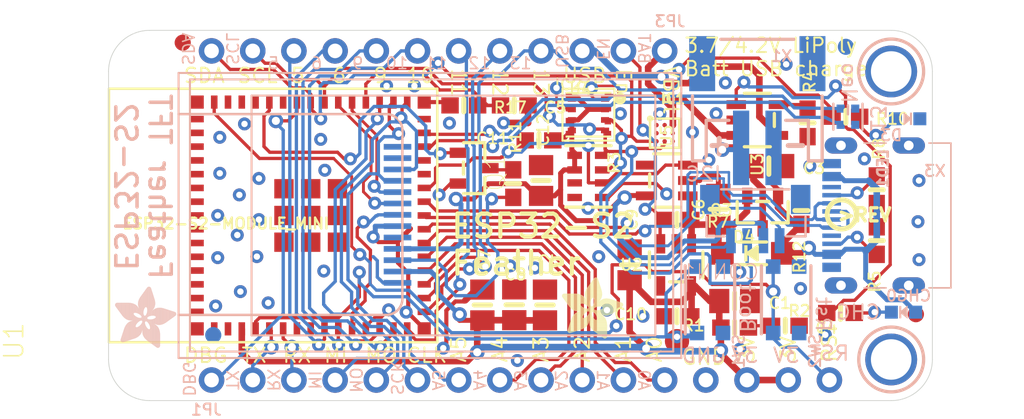
<source format=kicad_pcb>
(kicad_pcb (version 20211014) (generator pcbnew)
  (layers (0 "F.Cu" signal) (31 "B.Cu" signal) (34 "B.Paste" user) (35 "F.Paste" user) (36 "B.SilkS" user "B.Silkscreen") (37 "F.SilkS" user "F.Silkscreen") (38 "B.Mask" user) (39 "F.Mask" user) (44 "Edge.Cuts" user))
  (net 0 "")
  (net 1 "GND")
  (net 2 "VBUS")
  (net 3 "VBAT")
  (net 4 "N$1")
  (net 5 "N$3")
  (net 6 "N$4")
  (net 7 "3.3V")
  (net 8 "RESET")
  (net 9 "EN")
  (net 10 "MOSI")
  (net 11 "SDA")
  (net 12 "SCL")
  (net 13 "MISO")
  (net 14 "SCK")
  (net 15 "VHI")
  (net 16 "N$5")
  (net 17 "D+")
  (net 18 "D-")
  (net 19 "N$8")
  (net 20 "N$9")
  (net 21 "A0")
  (net 22 "A1")
  (net 23 "NEOPIX")
  (net 24 "TXD0")
  (net 25 "BOOT0")
  (net 26 "D6")
  (net 27 "D9")
  (net 28 "D10")
  (net 29 "D11")
  (net 30 "D12")
  (net 31 "D13")
  (net 32 "D5")
  (net 33 "RX")
  (net 34 "TX")
  (net 35 "A2")
  (net 36 "A3")
  (net 37 "A4")
  (net 38 "A5")
  (net 39 "NEOPIX_PWR")
  (net 40 "TFT_RST")
  (net 41 "TFT_DC")
  (net 42 "TFT_CS")
  (net 43 "BACKLITE")
  (net 44 "LEDK")
  (net 45 "N$2")
  (net 46 "IO38_DBLTAP")
  (net 47 "VSENSOR")
  (net 48 "I2C_PWR")
  (footprint "boardEagle:SOT23-5" (layer "F.Cu") (at 157.5181 102.8446 90)
    (fp_text reference "U5")
    (fp_text value "AP2112-3.3")
  )
  (footprint "boardEagle:0603-NO" (layer "F.Cu") (at 145.0086 98.2091)
    (fp_text reference "R17")
    (fp_text value "1Meg")
  )
  (footprint "boardEagle:ADAFRUIT_3.5MM" (layer "F.Cu") (at 151.0411 112.6236)
    (fp_text reference "U$54" hide)
    (fp_text value "" hide)
  )
  (footprint "boardEagle:0603-NO" (layer "F.Cu") (at 161.7091 111.9251 180)
    (fp_text reference "R1")
    (fp_text value "5.1K")
  )
  (footprint "" (layer "F.Cu") (at 125.6411 114.5921)
    (fp_text reference "@HOLE0" hide)
    (fp_text value "")
  )
  (footprint "boardEagle:0805-NO" (layer "F.Cu") (at 163.8173 101.9556)
    (fp_text reference "C3")
    (fp_text value "10µF")
  )
  (footprint "boardEagle:0603-NO" (layer "F.Cu") (at 148.0566 103.0351 90)
    (fp_text reference "R11")
    (fp_text value "22")
  )
  (footprint "boardEagle:SOD-123" (layer "F.Cu") (at 162.8013 107.3404)
    (fp_text reference "D4")
    (fp_text value "MBR540")
  )
  (footprint "boardEagle:0805-NO" (layer "F.Cu") (at 149.7711 102.8446 90)
    (fp_text reference "C12")
    (fp_text value "10uF")
  )
  (footprint "boardEagle:RESPACK_4X0603" (layer "F.Cu") (at 152.6921 102.5906 -90)
    (fp_text reference "R3")
    (fp_text value "10K")
  )
  (footprint "boardEagle:PCBFEAT-REV-040" (layer "F.Cu") (at 168.3131 104.9401)
    (fp_text reference "U$7" hide)
    (fp_text value "" hide)
  )
  (footprint "boardEagle:0805-NO" (layer "F.Cu") (at 148.1178 110.5189 90)
    (fp_text reference "C8")
    (fp_text value "10µF")
  )
  (footprint "boardEagle:0805-NO" (layer "F.Cu") (at 161.7091 110.2868)
    (fp_text reference "C1")
    (fp_text value "10uF")
  )
  (footprint "boardEagle:QFN60_ESP32-S2-MINI-1_EXP" (layer "F.Cu") (at 133.2611 105.0036 90)
    (fp_text reference "U1")
    (fp_text value "ESP32-S2-MODULE_MINI")
  )
  (footprint "" (layer "F.Cu") (at 125.6411 95.4786)
    (fp_text reference "@HOLE1" hide)
    (fp_text value "")
  )
  (footprint "boardEagle:0603-NO" (layer "F.Cu") (at 168.2369 111.0234 180)
    (fp_text reference "R2")
    (fp_text value "5.1K")
  )
  (footprint "boardEagle:0603-NO" (layer "F.Cu") (at 170.4721 106.553 -90)
    (fp_text reference "R5")
    (fp_text value "5.1K")
  )
  (footprint "boardEagle:BME680" (layer "F.Cu") (at 152.6921 98.7806)
    (fp_text reference "IC2")
    (fp_text value "BME680")
  )
  (footprint "boardEagle:0805-NO" (layer "F.Cu") (at 160.7039 104.6176 90)
    (fp_text reference "C6")
    (fp_text value "10µF")
  )
  (footprint "boardEagle:WLCSP9" (layer "F.Cu") (at 157.3911 99.9236)
    (fp_text reference "IC1")
    (fp_text value "LC709203F/MH")
  )
  (footprint "boardEagle:0603-NO" (layer "F.Cu") (at 158.1531 105.2703)
    (fp_text reference "R7")
    (fp_text value "100K")
  )
  (footprint "boardEagle:0603-NO" (layer "F.Cu") (at 148.1201 98.2091)
    (fp_text reference "C5")
    (fp_text value "1uF")
  )
  (footprint "boardEagle:0603-NO" (layer "F.Cu") (at 166.2049 99.2886 90)
    (fp_text reference "R4")
    (fp_text value "5.1K")
  )
  (footprint "boardEagle:FIDUCIAL_1MM" (layer "F.Cu") (at 172.8851 111.0996)
    (fp_text reference "U$55" hide)
    (fp_text value "FIDUCIAL_1MM" hide)
  )
  (footprint "boardEagle:0805-NO" (layer "F.Cu") (at 146.1516 110.5281 90)
    (fp_text reference "C7")
    (fp_text value "10uF")
  )
  (footprint "boardEagle:SOT23-5" (layer "F.Cu") (at 158.1023 108.0516 180)
    (fp_text reference "U2")
    (fp_text value "AP2112-3.3")
  )
  (footprint "boardEagle:0603-NO" (layer "F.Cu") (at 170.4721 103.4161 90)
    (fp_text reference "R8")
    (fp_text value "5.1K")
  )
  (footprint "boardEagle:0603-NO" (layer "F.Cu") (at 168.5671 98.9076)
    (fp_text reference "R10")
    (fp_text value "5.1K")
  )
  (footprint "boardEagle:0603-NO" (layer "F.Cu") (at 165.8239 104.6988 -90)
    (fp_text reference "R12")
    (fp_text value "100K")
  )
  (footprint "boardEagle:TESTPOINT_ROUND_1.5MM_NO" (layer "F.Cu") (at 158.1531 112.7633 180)
    (fp_text reference "TP1" hide)
    (fp_text value "" hide)
  )
  (footprint "boardEagle:0603-NO" (layer "F.Cu") (at 158.1531 111.2266 180)
    (fp_text reference "C10")
    (fp_text value "1uF")
  )
  (footprint "boardEagle:0603-NO" (layer "F.Cu") (at 149.6441 100.3681 180)
    (fp_text reference "C11")
    (fp_text value "1uF")
  )
  (footprint "boardEagle:SOT23-5" (layer "F.Cu") (at 163.1061 99.1108 -90)
    (fp_text reference "U3")
    (fp_text value "MCP73831T-2ACI/OT")
  )
  (footprint "boardEagle:0603-NO" (layer "F.Cu") (at 164.8333 111.8108)
    (fp_text reference "C4")
    (fp_text value "1uF")
  )
  (footprint "boardEagle:BME280" (layer "F.Cu") (at 152.6921 98.7806)
    (fp_text reference "U4")
    (fp_text value "BME280")
  )
  (footprint "boardEagle:0805-NO" (layer "F.Cu") (at 150.0124 110.5281 90)
    (fp_text reference "C2")
    (fp_text value "10uF")
  )
  (footprint "boardEagle:0805-NO" (layer "F.Cu") (at 155.2321 108.0516 90)
    (fp_text reference "C9")
    (fp_text value "10uF")
  )
  (footprint "boardEagle:SOT23-R" (layer "F.Cu") (at 163.4363 104.8004 180)
    (fp_text reference "Q3")
    (fp_text value "DMG3415U")
  )
  (footprint "boardEagle:SOT23-R" (layer "F.Cu") (at 145.6436 102.0826 -90)
    (fp_text reference "Q1")
    (fp_text value "BSS138")
  )
  (footprint "boardEagle:FIDUCIAL_1MM" (layer "F.Cu") (at 127.6731 94.3356)
    (fp_text reference "U$56" hide)
    (fp_text value "FIDUCIAL_1MM" hide)
  )
  (footprint "boardEagle:MOUNTINGHOLE_2.5_PLATED" (layer "B.Cu") (at 171.3611 113.8936 -90)
    (fp_text reference "U$32" hide)
    (fp_text value "MOUNTINGHOLE2.5" hide)
  )
  (footprint "boardEagle:1X16_ROUND_MIN" (layer "B.Cu") (at 148.5011 115.1636)
    (fp_text reference "JP1")
    (fp_text value "")
  )
  (footprint "boardEagle:ADAFRUIT_3.5MM" (layer "B.Cu") (at 123.4821 113.1951 90)
    (fp_text reference "U$9" hide)
    (fp_text value "" hide)
  )
  (footprint "boardEagle:MOUNTINGHOLE_2.5_PLATED" (layer "B.Cu") (at 171.3611 96.1136 -90)
    (fp_text reference "U$31" hide)
    (fp_text value "MOUNTINGHOLE2.5" hide)
  )
  (footprint "boardEagle:SK6805_1515" (layer "B.Cu") (at 168.6941 98.9076 90)
    (fp_text reference "LED1")
    (fp_text value "WS2812B_SK6805_1515")
  )
  (footprint "boardEagle:BTN_KMR2_4.6X2.8" (layer "B.Cu") (at 160.1851 110.2106 90)
    (fp_text reference "SW1")
    (fp_text value "KMR2")
  )
  (footprint "boardEagle:CHIPLED_0603_NOOUTLINE" (layer "B.Cu") (at 172.1231 110.9726 -90)
    (fp_text reference "CHG0")
    (fp_text value "ORANGE")
  )
  (footprint "boardEagle:CHIPLED_0603_NOOUTLINE" (layer "B.Cu") (at 172.3771 99.0346 90)
    (fp_text reference "D3")
    (fp_text value "RED")
  )
  (footprint "boardEagle:BTN_KMR2_4.6X2.8" (layer "B.Cu") (at 164.8841 110.2106 90)
    (fp_text reference "SW2")
    (fp_text value "KMR2")
  )
  (footprint "boardEagle:TFT_1.14IN_240X135_WRAPUNDER" (layer "B.Cu") (at 127.4191 105.0036 90)
    (fp_text reference "DISP1" hide)
    (fp_text value "DISP_LCD_GENERIC_SPI_1.14IN_240X135_WRAPUNDER" hide)
  )
  (footprint "boardEagle:1X12_ROUND_MIN" (layer "B.Cu") (at 143.4211 94.8436 180)
    (fp_text reference "JP3")
    (fp_text value "")
  )
  (footprint "boardEagle:FIDUCIAL_1MM" (layer "B.Cu") (at 168.5671 94.5896 -90)
    (fp_text reference "U$34" hide)
    (fp_text value "FIDUCIAL_1MM" hide)
  )
  (footprint "boardEagle:FIDUCIAL_1MM" (layer "B.Cu") (at 129.5563 112.388 -90)
    (fp_text reference "U$35" hide)
    (fp_text value "FIDUCIAL_1MM" hide)
  )
  (footprint "boardEagle:JSTPH2_BATT" (layer "B.Cu") (at 163.1061 97.1296 180)
    (fp_text reference "X1")
    (fp_text value "JSTPH")
  )
  (footprint "boardEagle:JST_SH4_RA" (layer "B.Cu") (at 162.9791 104.8766)
    (fp_text reference "CONN1")
    (fp_text value "STEMMA_I2C_QTRA" hide)
  )
  (footprint "boardEagle:USB_C_CUSB31-CFM2AX-01-X" (layer "B.Cu") (at 171.2341 105.0036 -90)
    (fp_text reference "X3")
    (fp_text value "USB C")
  )
  (gr_line (start 125.6411 93.5736) (end 171.3611 93.5736) (layer "Edge.Cuts") (width 0.05))
  (gr_line (start 123.1011 113.8936) (end 123.1011 96.1136) (layer "Edge.Cuts") (width 0.05))
  (gr_arc (start 171.3611 93.5736) (mid 173.157151 94.317549) (end 173.9011 96.1136) (layer "Edge.Cuts") (width 0.05))
  (gr_arc (start 173.9011 113.8936) (mid 173.157151 115.689651) (end 171.3611 116.4336) (layer "Edge.Cuts") (width 0.05))
  (gr_line (start 171.3611 116.4336) (end 125.6411 116.4336) (layer "Edge.Cuts") (width 0.05))
  (gr_arc (start 123.1011 96.1136) (mid 123.845049 94.317549) (end 125.6411 93.5736) (layer "Edge.Cuts") (width 0.05))
  (gr_line (start 173.9011 96.1136) (end 173.9011 113.8936) (layer "Edge.Cuts") (width 0.05))
  (gr_arc (start 125.6411 116.4336) (mid 123.845049 115.689651) (end 123.1011 113.8936) (layer "Edge.Cuts") (width 0.05))
  (gr_text "A2" (at 150.9903 115.189 -90) (layer "B.SilkS") (effects (font (size 0.715264 0.715264) (thickness 0.097536)) (justify mirror)))
  (gr_text "GND" (at 159.8041 113.6396) (layer "B.SilkS") (effects (font (size 0.89408 0.89408) (thickness 0.12192)) (justify mirror)))
  (gr_text "6" (at 135.9281 95.6056) (layer "B.SilkS") (effects (font (size 0.715264 0.715264) (thickness 0.097536)) (justify mirror)))
  (gr_text "RST" (at 167.5511 113.5126) (layer "B.SilkS") (effects (font (size 0.89408 0.89408) (thickness 0.12192)) (justify mirror)))
  (gr_text "10" (at 140.8811 95.6056) (layer "B.SilkS") (effects (font (size 0.715264 0.715264) (thickness 0.097536)) (justify mirror)))
  (gr_text "A0" (at 156.1211 115.1636 -90) (layer "B.SilkS") (effects (font (size 0.715264 0.715264) (thickness 0.097536)) (justify mirror)))
  (gr_text "TX" (at 130.7211 115.1636 -90) (layer "B.SilkS") (effects (font (size 0.715264 0.715264) (thickness 0.097536)) (justify mirror)))
  (gr_text "BAT" (at 156.1211 94.7166 -90) (layer "B.SilkS") (effects (font (size 0.715264 0.715264) (thickness 0.097536)) (justify mirror)))
  (gr_text "USB" (at 151.0411 94.8436 -90) (layer "B.SilkS") (effects (font (size 0.715264 0.715264) (thickness 0.097536)) (justify mirror)))
  (gr_text "MI" (at 135.8011 115.1636 -90) (layer "B.SilkS") (effects (font (size 0.715264 0.715264) (thickness 0.097536)) (justify mirror)))
  (gr_text "9" (at 138.4681 95.6056) (layer "B.SilkS") (effects (font (size 0.715264 0.715264) (thickness 0.097536)) (justify mirror)))
  (gr_text "3V" (at 164.8841 113.6396) (layer "B.SilkS") (effects (font (size 0.89408 0.89408) (thickness 0.12192)) (justify mirror)))
  (gr_text "I2C" (at 160.9471 102.9716) (layer "B.SilkS") (effects (font (size 0.89408 0.89408) (thickness 0.12192)) (justify left bottom mirror)))
  (gr_text "SDA" (at 127.9906 94.7166 -90) (layer "B.SilkS") (effects (font (size 0.715264 0.715264) (thickness 0.097536)) (justify mirror)))
  (gr_text "A4" (at 145.9611 115.1636 -90) (layer "B.SilkS") (effects (font (size 0.715264 0.715264) (thickness 0.097536)) (justify mirror)))
  (gr_text "DBG" (at 128.0541 115.1001 -90) (layer "B.SilkS") (effects (font (size 0.715264 0.715264) (thickness 0.097536)) (justify mirror)))
  (gr_text "13" (at 148.5011 95.6056) (layer "B.SilkS") (effects (font (size 0.715264 0.715264) (thickness 0.097536)) (justify mirror)))
  (gr_text "A5" (at 143.4211 115.1636 -90) (layer "B.SilkS") (effects (font (size 0.715264 0.715264) (thickness 0.097536)) (justify mirror)))
  (gr_text "CHG" (at 169.3291 110.9726) (layer "B.SilkS") (effects (font (size 0.89408 0.89408) (thickness 0.12192)) (justify mirror)))
  (gr_text "Rst" (at 167.1701 111.0996 -90) (layer "B.SilkS") (effects (font (size 0.89408 0.89408) (thickness 0.12192)) (justify mirror)))
  (gr_text "A3" (at 148.4757 115.189 -90) (layer "B.SilkS") (effects (font (size 0.715264 0.715264) (thickness 0.097536)) (justify mirror)))
  (gr_text "13" (at 170.5356 99.0346 -90) (layer "B.SilkS") (effects (font (size 0.89408 0.89408) (thickness 0.12192)) (justify mirror)))
  (gr_text "11" (at 143.2941 95.6056) (layer "B.SilkS") (effects (font (size 0.715264 0.715264) (thickness 0.097536)) (justify mirror)))
  (gr_text "12" (at 145.9611 95.6056) (layer "B.SilkS") (effects (font (size 0.715264 0.715264) (thickness 0.097536)) (justify mirror)))
  (gr_text "A1" (at 153.5811 115.1636 -90) (layer "B.SilkS") (effects (font (size 0.715264 0.715264) (thickness 0.097536)) (justify mirror)))
  (gr_text "3V" (at 162.3441 113.6396) (layer "B.SilkS") (effects (font (size 0.89408 0.89408) (thickness 0.12192)) (justify mirror)))
  (gr_text "Neo" (at 168.7576 96.8121 -90) (layer "B.SilkS") (effects (font (size 0.89408 0.89408) (thickness 0.12192)) (justify mirror)))
  (gr_text "Feather TFT\nESP32-S2" (at 125.1966 103.2256 -90) (layer "B.SilkS") (effects (font (size 1.31064 1.31064) (thickness 0.21336)) (justify mirror)))
  (gr_text "RX" (at 133.2611 115.1636 -90) (layer "B.SilkS") (effects (font (size 0.715264 0.715264) (thickness 0.097536)) (justify mirror)))
  (gr_text "Boot" (at 162.4711 110.7186 -90) (layer "B.SilkS") (effects (font (size 0.89408 0.89408) (thickness 0.12192)) (justify mirror)))
  (gr_text "MO" (at 138.3411 115.1636 -90) (layer "B.SilkS") (effects (font (size 0.715264 0.715264) (thickness 0.097536)) (justify mirror)))
  (gr_text "5" (at 133.2611 95.6056) (layer "B.SilkS") (effects (font (size 0.715264 0.715264) (thickness 0.097536)) (justify mirror)))
  (gr_text "SCL" (at 130.7211 94.7166 -90) (layer "B.SilkS") (effects (font (size 0.715264 0.715264) (thickness 0.097536)) (justify mirror)))
  (gr_text "SCK" (at 140.8811 115.0366 -90) (layer "B.SilkS") (effects (font (size 0.715264 0.715264) (thickness 0.097536)) (justify mirror)))
  (gr_text "EN" (at 153.5811 94.7166 -90) (layer "B.SilkS") (effects (font (size 0.715264 0.715264) (thickness 0.097536)) (justify mirror)))
  (gr_text "A3" (at 149.7711 114.1476 90) (layer "F.SilkS") (effects (font (size 0.89408 0.89408) (thickness 0.12192)) (justify left)))
  (gr_text "3.7/4.2V LiPoly\nBatt USB charge" (at 158.5341 95.2246) (layer "F.SilkS") (effects (font (size 0.89408 0.89408) (thickness 0.12192)) (justify left)))
  (gr_text "GND" (at 161.2646 113.7666) (layer "F.SilkS") (effects (font (size 0.89408 0.89408) (thickness 0.12192)) (justify right)))
  (gr_text "USB" (at 151.0411 96.3676) (layer "F.SilkS") (effects (font (size 0.89408 0.89408) (thickness 0.12192)) (justify left)))
  (gr_text "MO" (at 138.8491 113.6396) (layer "F.SilkS") (effects (font (size 0.89408 0.89408) (thickness 0.12192)) (justify left)))
  (gr_text "5" (at 134.2771 96.3676) (layer "F.SilkS") (effects (font (size 0.89408 0.89408) (thickness 0.12192)) (justify left)))
  (gr_text "RST" (at 167.5511 114.1476 90) (layer "F.SilkS") (effects (font (size 0.89408 0.89408) (thickness 0.12192)) (justify left)))
  (gr_text "3V" (at 165.0111 114.1476 90) (layer "F.SilkS") (effects (font (size 0.89408 0.89408) (thickness 0.12192)) (justify left)))
  (gr_text "A2" (at 152.3111 114.1476 90) (layer "F.SilkS") (effects (font (size 0.89408 0.89408) (thickness 0.12192)) (justify left)))
  (gr_text "A5" (at 144.6911 114.1476 90) (layer "F.SilkS") (effects (font (size 0.89408 0.89408) (thickness 0.12192)) (justify left)))
  (gr_text "TX" (at 131.2291 113.6396) (layer "F.SilkS") (effects (font (size 0.89408 0.89408) (thickness 0.12192)) (justify left)))
  (gr_text "MI" (at 136.3091 113.6396) (layer "F.SilkS") (effects (font (size 0.89408 0.89408) (thickness 0.12192)) (justify left)))
  (gr_text "13" (at 149.7711 95.8596 270) (layer "F.SilkS") (effects (font (size 0.89408 0.89408) (thickness 0.12192)) (justify left)))
  (gr_text "10" (at 141.3891 96.3676) (layer "F.SilkS") (effects (font (size 0.89408 0.89408) (thickness 0.12192)) (justify left)))
  (gr_text "A1" (at 154.8511 114.1476 90) (layer "F.SilkS") (effects (font (size 0.89408 0.89408) (thickness 0.12192)) (justify left)))
  (gr_text "DBG" (at 127.6731 113.6396) (layer "F.SilkS") (effects (font (size 0.89408 0.89408) (thickness 0.12192)) (justify left)))
  (gr_text "A0" (at 156.7561 114.1476 90) (layer "F.SilkS") (effects (font (size 0.89408 0.89408) (thickness 0.12192)) (justify left)))
  (gr_text "SCL" (at 130.9751 96.3676) (layer "F.SilkS") (effects (font (size 0.89408 0.89408) (thickness 0.12192)) (justify left)))
  (gr_text "12" (at 147.2311 95.8596 270) (layer "F.SilkS") (effects (font (size 0.89408 0.89408) (thickness 0.12192)) (justify left)))
  (gr_text "3V" (at 162.4711 114.1476 90) (layer "F.SilkS") (effects (font (size 0.89408 0.89408) (thickness 0.12192)) (justify left)))
  (gr_text "A4" (at 147.2311 114.1476 90) (layer "F.SilkS") (effects (font (size 0.89408 0.89408) (thickness 0.12192)) (justify left)))
  (gr_text "9" (at 139.3571 96.3676) (layer "F.SilkS") (effects (font (size 0.89408 0.89408) (thickness 0.12192)) (justify left)))
  (gr_text "En" (at 154.8511 95.8596 270) (layer "F.SilkS") (effects (font (size 0.89408 0.89408) (thickness 0.12192)) (justify left)))
  (gr_text "6" (at 136.8171 96.3676) (layer "F.SilkS") (effects (font (size 0.89408 0.89408) (thickness 0.12192)) (justify left)))
  (gr_text "CLK" (at 141.3891 113.6396) (layer "F.SilkS") (effects (font (size 0.89408 0.89408) (thickness 0.12192)) (justify left)))
  (gr_text "SDA" (at 127.6731 96.3676) (layer "F.SilkS") (effects (font (size 0.89408 0.89408) (thickness 0.12192)) (justify left)))
  (gr_text "ESP32-S2\nFeather" (at 144.1069 106.807) (layer "F.SilkS") (effects (font (size 1.42494 1.42494) (thickness 0.25146)) (justify left)))
  (gr_text "RX" (at 133.7691 113.6396) (layer "F.SilkS") (effects (font (size 0.89408 0.89408) (thickness 0.12192)) (justify left)))
  (gr_text "VBat" (at 157.7721 95.6691 270) (layer "F.SilkS") (effects (font (size 0.89408 0.89408) (thickness 0.12192)) (justify left)))
  (gr_text "11" (at 144.6911 95.8596 270) (layer "F.SilkS") (effects (font (size 0.89408 0.89408) (thickness 0.12192)) (justify left)))
  (segment (start 141.5796 111.016997) (end 141.5796 108.5596) (width 0.254) (layer "F.Cu") (net 1))
  (segment (start 154.5336 97.0026) (end 153.0096 97.0026) (width 0.1524) (layer "F.Cu") (net 1))
  (segment (start 153.0096 97.0026) (end 152.8826 97.1296) (width 0.1524) (layer "F.Cu") (net 1))
  (segment (start 145.763606 109.5781) (end 145.105706 110.236) (width 0.4064) (layer "F.Cu") (net 1))
  (segment (start 157.5181 103.6701) (end 156.8767 103.0287) (width 0.2032) (layer "F.Cu") (net 1))
  (segment (start 153.8921 97.5806) (end 153.7171 97.7556) (width 0.1524) (layer "F.Cu") (net 1))
  (segment (start 141.719406 105.816294) (end 140.9446 106.5911) (width 0.3048) (layer "F.Cu") (net 1))
  (segment (start 143.9291 113.0046) (end 143.7386 113.1951) (width 0.254) (layer "F.Cu") (net 1))
  (segment (start 153.7171 97.8056) (end 153.0956 97.8056) (width 0.1524) (layer "F.Cu") (net 1))
  (segment (start 153.9321 103.8906) (end 153.5421 103.8906) (width 0.2032) (layer "F.Cu") (net 1))
  (segment (start 140.9446 106.647044) (end 139.7381 106.647044) (width 0.254) (layer "F.Cu") (net 1))
  (segment (start 145.105706 110.236) (end 145.029506 110.3122) (width 0.254) (layer "F.Cu") (net 1))
  (segment (start 146.1516 109.5781) (end 145.763606 109.5781) (width 0.4064) (layer "F.Cu") (net 1))
  (segment (start 139.4206 106.329544) (end 139.7381 106.647044) (width 0.254) (layer "F.Cu") (net 1))
  (segment (start 144.484428 110.3122) (end 143.9291 110.867529) (width 0.254) (layer "F.Cu") (net 1))
  (segment (start 141.5796 111.016997) (end 142.566203 112.0036) (width 0.254) (layer "F.Cu") (net 1))
  (segment (start 143.9531 98.0036) (end 144.1586 98.2091) (width 0.254) (layer "F.Cu") (net 1))
  (segment (start 153.0731 97.8281) (end 152.8826 97.6376) (width 0.1524) (layer "F.Cu") (net 1))
  (segment (start 160.7039 102.6014) (end 160.7039 103.6676) (width 0.3048) (layer "F.Cu") (net 1))
  (segment (start 150.9331 98.3806) (end 150.9141 98.3996) (width 0.1524) (layer "F.Cu") (net 1))
  (segment (start 148.9701 98.2091) (end 148.9701 99.2886) (width 0.4064) (layer "F.Cu") (net 1))
  (segment (start 159.5501 102.8446) (end 159.8676 102.5271) (width 0.3048) (layer "F.Cu") (net 1))
  (segment (start 159.8676 102.5271) (end 160.6296 102.5271) (width 0.3048) (layer "F.Cu") (net 1))
  (segment (start 153.3906 104.5566) (end 153.3906 104.6226) (width 0.254) (layer "F.Cu") (net 1))
  (segment (start 160.6296 102.5271) (end 160.7039 102.6014) (width 0.3048) (layer "F.Cu") (net 1))
  (segment (start 153.0956 97.8056) (end 153.0731 97.8281) (width 0.1524) (layer "F.Cu") (net 1))
  (segment (start 151.4921 98.3806) (end 151.5671 98.4556) (width 0.1524) (layer "F.Cu") (net 1))
  (segment (start 154.794 103.0287) (end 153.9321 103.8906) (width 0.2032) (layer "F.Cu") (net 1))
  (segment (start 145.029506 110.3122) (end 144.484428 110.3122) (width 0.254) (layer "F.Cu") (net 1))
  (segment (start 147.4597 99.2886) (end 148.9701 99.2886) (width 0.4064) (layer "F.Cu") (net 1))
  (segment (start 144.6436 103.0326) (end 144.1856 103.0326) (width 0.2032) (layer "F.Cu") (net 1))
  (segment (start 140.9446 107.9246) (end 140.9446 106.647044) (width 0.254) (layer "F.Cu") (net 1))
  (segment (start 154.5336 97.5741) (end 154.5336 97.0026) (width 0.1524) (layer "F.Cu") (net 1))
  (segment (start 142.566203 98.0036) (end 143.9531 98.0036) (width 0.254) (layer "F.Cu") (net 1))
  (segment (start 150.7236 98.2091) (end 150.7236 97.1296) (width 0.1524) (layer "F.Cu") (net 1))
  (segment (start 152.8826 97.6376) (end 152.8826 97.1296) (width 0.1524) (layer "F.Cu") (net 1))
  (segment (start 144.1856 103.0326) (end 143.4846 103.7336) (width 0.2032) (layer "F.Cu") (net 1))
  (segment (start 153.7171 97.7556) (end 153.7171 97.8056) (width 0.1524) (layer "F.Cu") (net 1))
  (segment (start 153.8986 97.5741) (end 154.5336 97.5741) (width 0.1524) (layer "F.Cu") (net 1))
  (segment (start 141.5796 108.5596) (end 140.9446 107.9246) (width 0.254) (layer "F.Cu") (net 1))
  (segment (start 143.9291 110.867529) (end 143.9291 113.0046) (width 0.254) (layer "F.Cu") (net 1))
  (segment (start 158.8182 102.8446) (end 159.5501 102.8446) (width 0.3048) (layer "F.Cu") (net 1))
  (segment (start 153.8921 97.5806) (end 153.8986 97.5741) (width 0.1524) (layer "F.Cu") (net 1))
  (segment (start 151.5671 98.4556) (end 151.6671 98.4556) (width 0.1524) (layer "F.Cu") (net 1))
  (segment (start 151.4921 98.3806) (end 150.9331 98.3806) (width 0.1524) (layer "F.Cu") (net 1))
  (segment (start 154.794 103.0287) (end 156.8767 103.0287) (width 0.2032) (layer "F.Cu") (net 1))
  (segment (start 150.9141 98.3996) (end 150.7236 98.2091) (width 0.1524) (layer "F.Cu") (net 1))
  (via (at 162.0266 108.4961) (size 0.8001) (drill 0.3937) (layers "F.Cu" "B.Cu") (net 1))
  (via (at 149.3901 108.2421) (size 0.8001) (drill 0.3937) (layers "F.Cu" "B.Cu") (net 1))
  (via (at 173.0121 105.3846) (size 0.8001) (drill 0.3937) (layers "F.Cu" "B.Cu") (net 1))
  (via (at 167.2971 112.3696) (size 0.8001) (drill 0.3937) (layers "F.Cu" "B.Cu") (net 1))
  (via (at 132.9436 110.4011) (size 0.8001) (drill 0.3937) (layers "F.Cu" "B.Cu") (net 1))
  (via (at 165.7731 109.5121) (size 0.8001) (drill 0.3937) (layers "F.Cu" "B.Cu") (net 1))
  (via (at 139.4206 106.329544) (size 0.8001) (drill 0.3937) (layers "F.Cu" "B.Cu") (net 1))
  (via (at 131.0386 106.2101) (size 0.8001) (drill 0.3937) (layers "F.Cu" "B.Cu") (net 1))
  (via (at 129.9591 102.4001) (size 0.8001) (drill 0.3937) (layers "F.Cu" "B.Cu") (net 1))
  (via (at 159.1056 99.8601) (size 0.8001) (drill 0.3937) (layers "F.Cu" "B.Cu") (net 1))
  (via (at 140.2461 97.0026) (size 0.8001) (drill 0.3937) (layers "F.Cu" "B.Cu") (net 1))
  (via (at 141.4526 110.9726) (size 0.8001) (drill 0.3937) (layers "F.Cu" "B.Cu") (net 1))
  (via (at 131.4831 99.3521) (size 0.8001) (drill 0.3937) (layers "F.Cu" "B.Cu") (net 1))
  (via (at 143.4846 103.7336) (size 0.8001) (drill 0.3937) (layers "F.Cu" "B.Cu") (net 1))
  (via (at 129.9591 100.1776) (size 0.8001) (drill 0.3937) (layers "F.Cu" "B.Cu") (net 1))
  (via (at 131.1656 103.7336) (size 0.8001) (drill 0.3937) (layers "F.Cu" "B.Cu") (net 1))
  (via (at 141.9606 97.0026) (size 0.8001) (drill 0.3937) (layers "F.Cu" "B.Cu") (net 1))
  (via (at 144.1196 99.3013) (size 0.8001) (drill 0.3937) (layers "F.Cu" "B.Cu") (net 1))
  (via (at 148.3106 113.9571) (size 0.8001) (drill 0.3937) (layers "F.Cu" "B.Cu") (net 1))
  (via (at 150.7236 97.1296) (size 0.8001) (drill 0.3937) (layers "F.Cu" "B.Cu") (net 1))
  (via (at 156.0576 111.2266) (size 0.8001) (drill 0.3937) (layers "F.Cu" "B.Cu") (net 1))
  (via (at 154.6606 98.7171) (size 0.8001) (drill 0.3937) (layers "F.Cu" "B.Cu") (net 1))
  (via (at 160.5661 98.7171) (size 0.8001) (drill 0.3937) (layers "F.Cu" "B.Cu") (net 1))
  (via (at 164.8841 95.6691) (size 0.8001) (drill 0.3937) (layers "F.Cu" "B.Cu") (net 1))
  (via (at 169.7101 101.5111) (size 0.8001) (drill 0.3937) (layers "F.Cu" "B.Cu") (net 1))
  (via (at 152.8826 97.1296) (size 0.8001) (drill 0.3937) (layers "F.Cu" "B.Cu") (net 1))
  (via (at 157.099 98.7298) (size 0.8001) (drill 0.3937) (layers "F.Cu" "B.Cu") (net 1))
  (via (at 160.1216 101.5746) (size 0.8001) (drill 0.3937) (layers "F.Cu" "B.Cu") (net 1))
  (via (at 162.0266 113.2586) (size 0.8001) (drill 0.3937) (layers "F.Cu" "B.Cu") (net 1))
  (via (at 153.8351 110.8456) (size 0.8001) (drill 0.3937) (layers "F.Cu" "B.Cu") (net 1))
  (via (at 136.4361 102.2096) (size 0.8001) (drill 0.3937) (layers "F.Cu" "B.Cu") (net 1))
  (via (at 129.7051 110.5916) (size 0.8001) (drill 0.3937) (layers "F.Cu" "B.Cu") (net 1))
  (via (at 147.4597 99.2886) (size 0.8001) (drill 0.3937) (layers "F.Cu" "B.Cu") (net 1))
  (via (at 173.0756 102.8446) (size 0.8001) (drill 0.3937) (layers "F.Cu" "B.Cu") (net 1))
  (via (at 131.2291 109.7026) (size 0.8001) (drill 0.3937) (layers "F.Cu" "B.Cu") (net 1))
  (via (at 152.6667 104.5591) (size 0.8001) (drill 0.3937) (layers "F.Cu" "B.Cu") (net 1))
  (via (at 132.2451 107.5436) (size 0.8001) (drill 0.3937) (layers "F.Cu" "B.Cu") (net 1))
  (via (at 147.8661 108.1151) (size 0.8001) (drill 0.3937) (layers "F.Cu" "B.Cu") (net 1))
  (via (at 129.8321 105.0036) (size 0.8001) (drill 0.3937) (layers "F.Cu" "B.Cu") (net 1))
  (via (at 136.3726 108.4326) (size 0.8001) (drill 0.3937) (layers "F.Cu" "B.Cu") (net 1))
  (via (at 161.1376 96.8121) (size 0.8001) (drill 0.3937) (layers "F.Cu" "B.Cu") (net 1))
  (via (at 132.3721 102.7176) (size 0.8001) (drill 0.3937) (layers "F.Cu" "B.Cu") (net 1))
  (via (at 157.5181 103.6701) (size 0.8001) (drill 0.3937) (layers "F.Cu" "B.Cu") (net 1))
  (via (at 143.7386 113.1951) (size 0.8001) (drill 0.3937) (layers "F.Cu" "B.Cu") (net 1))
  (via (at 173.0756 107.7341) (size 0.8001) (drill 0.3937) (layers "F.Cu" "B.Cu") (net 1))
  (via (at 166.3446 101.9556) (size 0.8001) (drill 0.3937) (layers "F.Cu" "B.Cu") (net 1))
  (via (at 136.1821 100.3046) (size 0.8001) (drill 0.3937) (layers "F.Cu" "B.Cu") (net 1))
  (via (at 132.3721 105.2576) (size 0.8001) (drill 0.3937) (layers "F.Cu" "B.Cu") (net 1))
  (via (at 153.3271 107.5436) (size 0.8001) (drill 0.3937) (layers "F.Cu" "B.Cu") (net 1))
  (via (at 129.8321 107.6071) (size 0.8001) (drill 0.3937) (layers "F.Cu" "B.Cu") (net 1))
  (segment (start 139.6746 107.7976) (end 139.4206 107.5436) (width 0.2032) (layer "B.Cu") (net 1))
  (segment (start 139.6746 107.7976) (end 139.6746 108.8136) (width 0.2032) (layer "B.Cu") (net 1))
  (segment (start 139.5476 105.6636) (end 139.5476 106.202544) (width 0.3048) (layer "B.Cu") (net 1))
  (segment (start 160.1791 104.0144) (end 160.7238 104.5591) (width 0.1778) (layer "B.Cu") (net 1))
  (segment (start 140.9191 105.6636) (end 139.5476 105.6636) (width 0.3048) (layer "B.Cu") (net 1))
  (segment (start 139.5476 106.202544) (end 139.4206 106.329544) (width 0.3048) (layer "B.Cu") (net 1))
  (segment (start 140.9191 109.1636) (end 140.032987 109.1636) (width 0.2032) (layer "B.Cu") (net 1))
  (segment (start 160.7238 104.5591) (end 163.2966 104.5591) (width 0.1778) (layer "B.Cu") (net 1))
  (segment (start 139.829037 108.95965) (end 139.82065 108.95965) (width 0.2032) (layer "B.Cu") (net 1))
  (segment (start 139.82065 108.95965) (end 139.6746 108.8136) (width 0.2032) (layer "B.Cu") (net 1))
  (segment (start 140.032987 109.1636) (end 139.829037 108.95965) (width 0.2032) (layer "B.Cu") (net 1))
  (segment (start 163.2966 104.5591) (end 164.4791 105.7416) (width 0.1778) (layer "B.Cu") (net 1))
  (segment (start 164.4791 105.7416) (end 164.4791 106.5626) (width 0.1778) (layer "B.Cu") (net 1))
  (segment (start 164.4062 100.170569) (end 164.4062 100.0608) (width 0.3048) (layer "F.Cu") (net 2))
  (segment (start 164.3863 103.8004) (end 164.3863 103.403232) (width 0.3048) (layer "F.Cu") (net 2))
  (segment (start 162.68065 95.81515) (end 159.9311 95.81515) (width 0.4064) (layer "F.Cu") (net 2))
  (segment (start 163.2331 98.9076) (end 163.2331 96.3676) (width 0.4064) (layer "F.Cu") (net 2))
  (segment (start 164.6513 107.3404) (end 164.6513 106.7214) (width 0.4064) (layer "F.Cu") (net 2))
  (segment (start 165.8239 105.5488) (end 165.4293 105.5488) (width 0.4064) (layer "F.Cu") (net 2))
  (segment (start 163.8302 102.847132) (end 163.8302 100.746569) (width 0.3048) (layer "F.Cu") (net 2))
  (segment (start 164.6513 107.3404) (end 165.94645 107.3404) (width 0.4064) (layer "F.Cu") (net 2))
  (segment (start 164.3863 104.5058) (end 164.3863 103.8004) (width 0.4064) (layer "F.Cu") (net 2))
  (segment (start 158.9151 96.83115) (end 157.5816 96.83115) (width 0.4064) (layer "F.Cu") (net 2))
  (segment (start 163.2331 96.3676) (end 162.68065 95.81515) (width 0.4064) (layer "F.Cu") (net 2))
  (segment (start 164.4062 100.0608) (end 163.253 98.9076) (width 0.4064) (layer "F.Cu") (net 2))
  (segment (start 157.2006 96.45015) (end 157.5816 96.83115) (width 0.4064) (layer "F.Cu") (net 2))
  (segment (start 164.3863 103.403232) (end 163.8302 102.847132) (width 0.3048) (layer "F.Cu") (net 2))
  (segment (start 165.4293 105.5488) (end 164.3863 104.5058) (width 0.4064) (layer "F.Cu") (net 2))
  (segment (start 163.8302 100.746569) (end 164.4062 100.170569) (width 0.3048) (layer "F.Cu") (net 2))
  (segment (start 165.94645 107.3404) (end 166.2811 107.00575) (width 0.4064) (layer "F.Cu") (net 2))
  (segment (start 164.6513 106.7214) (end 165.8239 105.5488) (width 0.4064) (layer "F.Cu") (net 2))
  (segment (start 163.253 98.9076) (end 163.2331 98.9076) (width 0.4064) (layer "F.Cu") (net 2))
  (segment (start 159.9311 95.81515) (end 158.9151 96.83115) (width 0.4064) (layer "F.Cu") (net 2))
  (via (at 157.2006 96.45015) (size 0.889) (drill 0.4826) (layers "F.Cu" "B.Cu") (net 2))
  (via (at 166.2811 107.00575) (size 0.889) (drill 0.4826) (layers "F.Cu" "B.Cu") (net 2))
  (segment (start 169.7867 107.213) (end 169.9137 107.086) (width 0.4064) (layer "B.Cu") (net 2))
  (segment (start 170.4721 103.3526) (end 169.9772 102.8577) (width 0.4064) (layer "B.Cu") (net 2))
  (segment (start 168.215081 102.5906) (end 167.7021 102.5906) (width 0.3048) (layer "B.Cu") (net 2))
  (segment (start 172.1111 110.2106) (end 172.8731 110.9726) (width 0.3048) (layer "B.Cu") (net 2))
  (segment (start 172.1111 110.2106) (end 171.1071 110.2106) (width 0.3048) (layer "B.Cu") (net 2))
  (segment (start 167.6891 107.4036) (end 168.228081 107.4036) (width 0.3048) (layer "B.Cu") (net 2))
  (segment (start 168.482181 102.8577) (end 168.215081 102.5906) (width 0.3048) (layer "B.Cu") (net 2))
  (segment (start 170.4721 106.5276) (end 170.4721 103.3526) (width 0.4064) (layer "B.Cu") (net 2))
  (segment (start 166.67895 107.4036) (end 167.6891 107.4036) (width 0.3048) (layer "B.Cu") (net 2))
  (segment (start 152.3111 94.8436) (end 153.0731 94.8436) (width 0.4064) (layer "B.Cu") (net 2))
  (segment (start 171.1071 110.2106) (end 169.7867 108.8902) (width 0.3048) (layer "B.Cu") (net 2))
  (segment (start 157.2006 96.45015) (end 154.67965 96.45015) (width 0.4064) (layer "B.Cu") (net 2))
  (segment (start 167.7021 102.5906) (end 167.6891 102.6036) (width 0.3048) (layer "B.Cu") (net 2))
  (segment (start 169.9772 102.8577) (end 168.482181 102.8577) (width 0.3048) (layer "B.Cu") (net 2))
  (segment (start 169.7867 108.8902) (end 169.7867 107.213) (width 0.3048) (layer "B.Cu") (net 2))
  (segment (start 166.2811 107.00575) (end 166.67895 107.4036) (width 0.3048) (layer "B.Cu") (net 2))
  (segment (start 168.228081 107.4036) (end 168.545681 107.086) (width 0.3048) (layer "B.Cu") (net 2))
  (segment (start 168.545681 107.086) (end 169.9137 107.086) (width 0.3048) (layer "B.Cu") (net 2))
  (segment (start 154.67965 96.45015) (end 153.0731 94.8436) (width 0.4064) (layer "B.Cu") (net 2))
  (segment (start 169.9137 107.086) (end 170.4721 106.5276) (width 0.4064) (layer "B.Cu") (net 2))
  (segment (start 163.4363 103.3653) (end 162.8673 102.7963) (width 0.4064) (layer "F.Cu") (net 3))
  (segment (start 158.600787 97.894788) (end 157.8991 97.894788) (width 0.4064) (layer "F.Cu") (net 3))
  (segment (start 157.8991 98.3996) (end 157.8991 97.894788) (width 0.4064) (layer "F.Cu") (net 3))
  (segment (start 156.3751 95.8596) (end 157.3911 94.8436) (width 0.4064) (layer "F.Cu") (net 3))
  (segment (start 157.8991 99.4156) (end 157.8991 98.3996) (width 0.4064) (layer "F.Cu") (net 3))
  (segment (start 161.806 100.8943) (end 161.7243 100.8126) (width 0.4064) (layer "F.Cu") (net 3))
  (segment (start 160.7668 100.0608) (end 158.600787 97.894788) (width 0.4064) (layer "F.Cu") (net 3))
  (segment (start 161.806 100.0608) (end 161.806 100.8943) (width 0.4064) (layer "F.Cu") (net 3))
  (segment (start 161.0741 100.8126) (end 160.9471 100.9396) (width 0.3048) (layer "F.Cu") (net 3))
  (segment (start 157.8911 99.4236) (end 157.8991 99.4156) (width 0.4064) (layer "F.Cu") (net 3))
  (segment (start 157.8991 98.3996) (end 156.3751 96.8756) (width 0.4064) (layer "F.Cu") (net 3))
  (segment (start 163.4363 105.8004) (end 163.4363 103.3653) (width 0.4064) (layer "F.Cu") (net 3))
  (segment (start 161.0741 100.8126) (end 161.7243 100.8126) (width 0.4064) (layer "F.Cu") (net 3))
  (segment (start 161.806 100.0608) (end 160.7668 100.0608) (width 0.4064) (layer "F.Cu") (net 3))
  (segment (start 162.8673 102.7963) (end 162.8673 101.9556) (width 0.4064) (layer "F.Cu") (net 3))
  (segment (start 156.3751 96.8756) (end 156.3751 95.8596) (width 0.4064) (layer "F.Cu") (net 3))
  (segment (start 162.8673 101.9556) (end 161.806 100.8943) (width 0.4064) (layer "F.Cu") (net 3))
  (via (at 160.9471 100.9396) (size 0.889) (drill 0.4826) (layers "F.Cu" "B.Cu") (net 3))
  (segment (start 160.9471 100.9396) (end 161.9961 100.9396) (width 0.3048) (layer "B.Cu") (net 3))
  (segment (start 161.9961 100.9396) (end 162.1061 100.8296) (width 0.3048) (layer "B.Cu") (net 3))
  (segment (start 169.0869 111.0234) (end 170.2943 111.0234) (width 0.2032) (layer "F.Cu") (net 4))
  (segment (start 170.2943 111.0234) (end 170.3451 110.9726) (width 0.2032) (layer "F.Cu") (net 4))
  (via (at 170.3451 110.9726) (size 0.8001) (drill 0.3937) (layers "F.Cu" "B.Cu") (net 4))
  (segment (start 170.3451 110.9726) (end 171.3731 110.9726) (width 0.2032) (layer "B.Cu") (net 4))
  (segment (start 161.806 97.24225) (end 162.2806 96.76765) (width 0.2032) (layer "F.Cu") (net 5))
  (segment (start 161.806 98.1608) (end 161.806 97.24225) (width 0.2032) (layer "F.Cu") (net 5))
  (segment (start 169.029 99.687) (end 168.763868 99.687) (width 0.2032) (layer "F.Cu") (net 5))
  (segment (start 171.2976 108.0516) (end 171.2976 101.9556) (width 0.2032) (layer "F.Cu") (net 5))
  (segment (start 169.1052 110.244) (end 171.2976 108.0516) (width 0.2032) (layer "F.Cu") (net 5))
  (segment (start 168.6941 99.6696) (end 168.547831 99.523332) (width 0.2032) (layer "F.Cu") (net 5))
  (segment (start 168.547831 99.523332) (end 168.547831 97.618332) (width 0.2032) (layer "F.Cu") (net 5))
  (segment (start 167.654268 111.0234) (end 168.433668 110.244) (width 0.2032) (layer "F.Cu") (net 5))
  (segment (start 167.3869 111.0234) (end 167.654268 111.0234) (width 0.2032) (layer "F.Cu") (net 5))
  (segment (start 168.547831 97.618332) (end 167.9321 97.0026) (width 0.2032) (layer "F.Cu") (net 5))
  (segment (start 168.763868 99.687) (end 168.746468 99.6696) (width 0.2032) (layer "F.Cu") (net 5))
  (segment (start 168.433668 110.244) (end 169.1052 110.244) (width 0.2032) (layer "F.Cu") (net 5))
  (segment (start 171.2976 101.9556) (end 169.029 99.687) (width 0.2032) (layer "F.Cu") (net 5))
  (segment (start 168.746468 99.6696) (end 168.6941 99.6696) (width 0.2032) (layer "F.Cu") (net 5))
  (via (at 167.9321 97.0026) (size 0.8001) (drill 0.3937) (layers "F.Cu" "B.Cu") (net 5))
  (via (at 162.2806 96.76765) (size 0.8001) (drill 0.3937) (layers "F.Cu" "B.Cu") (net 5))
  (segment (start 162.57905 97.0661) (end 164.628237 97.0661) (width 0.2032) (layer "B.Cu") (net 5))
  (segment (start 167.4605 97.7282) (end 167.9321 97.2566) (width 0.2032) (layer "B.Cu") (net 5))
  (segment (start 167.9321 97.0026) (end 167.9321 97.2566) (width 0.2032) (layer "B.Cu") (net 5))
  (segment (start 165.290337 97.7282) (end 167.4605 97.7282) (width 0.2032) (layer "B.Cu") (net 5))
  (segment (start 162.2806 96.76765) (end 162.57905 97.0661) (width 0.2032) (layer "B.Cu") (net 5))
  (segment (start 164.628237 97.0661) (end 165.290337 97.7282) (width 0.2032) (layer "B.Cu") (net 5))
  (segment (start 166.2049 98.4386) (end 165.9271 98.1608) (width 0.2032) (layer "F.Cu") (net 6))
  (segment (start 165.9271 98.1608) (end 164.4062 98.1608) (width 0.2032) (layer "F.Cu") (net 6))
  (segment (start 144.746981 111.111032) (end 144.746981 111.4781) (width 0.3048) (layer "F.Cu") (net 7))
  (segment (start 160.7591 111.8251) (end 160.8591 111.9251) (width 0.4064) (layer "F.Cu") (net 7))
  (segment (start 144.746981 111.4781) (end 146.1516 111.4781) (width 0.3048) (layer "F.Cu") (net 7))
  (segment (start 148.1178 111.4689) (end 146.1608 111.4689) (width 0.4064) (layer "F.Cu") (net 7))
  (segment (start 146.1516 111.4781) (end 145.8341 111.7956) (width 0.4064) (layer "F.Cu") (net 7))
  (segment (start 159.0523 109.7327) (end 158.4499 110.3351) (width 0.4064) (layer "F.Cu") (net 7))
  (segment (start 145.8341 113.4491) (end 145.8341 111.7956) (width 0.4064) (layer "F.Cu") (net 7))
  (segment (start 145.2245 113.9952) (end 145.7706 113.4491) (width 0.4064) (layer "F.Cu") (net 7))
  (segment (start 160.8591 113.3221) (end 160.8591 113.5516) (width 0.4064) (layer "F.Cu") (net 7))
  (segment (start 158.4499 110.3351) (end 156.5656 110.3351) (width 0.4064) (layer "F.Cu") (net 7))
  (segment (start 156.5656 110.3351) (end 155.2321 109.0016) (width 0.4064) (layer "F.Cu") (net 7))
  (segment (start 159.0523 111.1774) (end 159.0523 109.3517) (width 0.4064) (layer "F.Cu") (net 7))
  (segment (start 160.1876 110.2868) (end 159.2525 109.3517) (width 0.4064) (layer "F.Cu") (net 7))
  (segment (start 131.316203 112.0036) (end 131.316203 113.472704) (width 0.4064) (layer "F.Cu") (net 7))
  (segment (start 159.0031 111.2266) (end 159.0523 111.1774) (width 0.4064) (layer "F.Cu") (net 7))
  (segment (start 160.7591 110.2868) (end 160.7591 111.8251) (width 0.4064) (layer "F.Cu") (net 7))
  (segment (start 155.2321 112.19815) (end 156.2481 113.21415) (width 0.4064) (layer "F.Cu") (net 7))
  (segment (start 155.2321 112.19815) (end 155.2321 109.0016) (width 0.4064) (layer "F.Cu") (net 7))
  (segment (start 145.7706 113.4491) (end 145.8341 113.4491) (width 0.4064) (layer "F.Cu") (net 7))
  (segment (start 160.8591 113.5516) (end 162.4711 115.1636) (width 0.4064) (layer "F.Cu") (net 7))
  (segment (start 148.127 111.4781) (end 150.0124 111.4781) (width 0.4064) (layer "F.Cu") (net 7))
  (segment (start 148.1178 111.4689) (end 148.127 111.4781) (width 0.4064) (layer "F.Cu") (net 7))
  (segment (start 165.0111 115.1636) (end 162.4711 115.1636) (width 0.4064) (layer "F.Cu") (net 7))
  (segment (start 146.1608 111.4689) (end 146.1516 111.4781) (width 0.4064) (layer "F.Cu") (net 7))
  (segment (start 159.0523 109.3517) (end 159.2525 109.3517) (width 0.4064) (layer "F.Cu") (net 7))
  (segment (start 160.1876 110.2868) (end 160.7591 110.2868) (width 0.4064) (layer "F.Cu") (net 7))
  (segment (start 160.8591 111.9251) (end 160.8591 113.3221) (width 0.4064) (layer "F.Cu") (net 7))
  (segment (start 131.8387 113.9952) (end 145.2245 113.9952) (width 0.4064) (layer "F.Cu") (net 7))
  (segment (start 159.0523 109.3517) (end 159.0523 109.7327) (width 0.4064) (layer "F.Cu") (net 7))
  (segment (start 131.316203 113.472704) (end 131.8387 113.9952) (width 0.4064) (layer "F.Cu") (net 7))
  (via (at 156.2481 113.21415) (size 0.889) (drill 0.4826) (layers "F.Cu" "B.Cu") (net 7))
  (via (at 160.8591 113.3221) (size 0.889) (drill 0.4826) (layers "F.Cu" "B.Cu") (net 7))
  (via (at 144.746981 111.111032) (size 0.889) (drill 0.4826) (layers "F.Cu" "B.Cu") (net 7))
  (via (at 145.8341 113.4491) (size 0.9064) (drill 0.5) (layers "F.Cu" "B.Cu") (net 7))
  (segment (start 144.746981 111.111032) (end 144.746981 111.152369) (width 0.3048) (layer "B.Cu") (net 7))
  (segment (start 160.7956 113.3856) (end 160.8591 113.3221) (width 0.4064) (layer "B.Cu") (net 7))
  (segment (start 143.382 109.787388) (end 143.382 108.872869) (width 0.3048) (layer "B.Cu") (net 7))
  (segment (start 142.972731 108.4636) (end 140.9191 108.4636) (width 0.3048) (layer "B.Cu") (net 7))
  (segment (start 156.2481 113.3856) (end 160.7956 113.3856) (width 0.4064) (layer "B.Cu") (net 7))
  (segment (start 145.8341 113.4491) (end 146.1516 113.1316) (width 0.4064) (layer "B.Cu") (net 7))
  (segment (start 156.2481 113.21415) (end 156.16555 113.1316) (width 0.4064) (layer "B.Cu") (net 7))
  (segment (start 156.16555 113.1316) (end 146.1516 113.1316) (width 0.4064) (layer "B.Cu") (net 7))
  (segment (start 143.382 108.872869) (end 142.972731 108.4636) (width 0.3048) (layer "B.Cu") (net 7))
  (segment (start 156.2481 113.21415) (end 156.2481 113.3856) (width 0.4064) (layer "B.Cu") (net 7))
  (segment (start 144.746981 111.152369) (end 143.382 109.787388) (width 0.3048) (layer "B.Cu") (net 7))
  (segment (start 154.5336 111.69015) (end 154.4066 111.81715) (width 0.2032) (layer "F.Cu") (net 8))
  (segment (start 163.6396 109.2581) (end 160.3121 109.2581) (width 0.2032) (layer "F.Cu") (net 8))
  (segment (start 164.0841 109.7026) (end 163.6396 109.2581) (width 0.2032) (layer "F.Cu") (net 8))
  (segment (start 154.5336 110.16615) (end 154.1526 109.78515) (width 0.2032) (layer "F.Cu") (net 8))
  (segment (start 156.6053 108.4723) (end 159.5263 108.4723) (width 0.2032) (layer "F.Cu") (net 8))
  (segment (start 154.1526 108.0516) (end 156.1846 108.0516) (width 0.2032) (layer "F.Cu") (net 8))
  (segment (start 132.4062 101.4817) (end 136.9782 101.4817) (width 0.2032) (layer "F.Cu") (net 8))
  (segment (start 154.1526 109.78515) (end 154.1526 108.0516) (width 0.2032) (layer "F.Cu") (net 8))
  (segment (start 138.0925 102.596) (end 138.0925 106.914) (width 0.1778) (layer "F.Cu") (net 8))
  (segment (start 156.1846 108.0516) (end 156.6053 108.4723) (width 0.2032) (layer "F.Cu") (net 8))
  (segment (start 138.0925 102.596) (end 136.9782 101.4817) (width 0.1778) (layer "F.Cu") (net 8))
  (segment (start 163.9833 111.8108) (end 164.0841 111.71) (width 0.2032) (layer "F.Cu") (net 8))
  (segment (start 163.9833 111.8108) (end 162.6734 111.8108) (width 0.2032) (layer "F.Cu") (net 8))
  (segment (start 154.5336 110.16615) (end 154.5336 111.69015) (width 0.2032) (layer "F.Cu") (net 8))
  (segment (start 129.6162 98.6917) (end 132.4062 101.4817) (width 0.2032) (layer "F.Cu") (net 8))
  (segment (start 164.0841 111.71) (end 164.0841 109.7026) (width 0.2032) (layer "F.Cu") (net 8))
  (segment (start 129.6162 98.0036) (end 129.6162 98.6917) (width 0.2032) (layer "F.Cu") (net 8))
  (segment (start 162.5591 111.9251) (end 162.6734 111.8108) (width 0.2032) (layer "F.Cu") (net 8))
  (segment (start 160.3121 109.2581) (end 159.5263 108.4723) (width 0.2032) (layer "F.Cu") (net 8))
  (segment (start 138.5951 107.4166) (end 138.0925 106.914) (width 0.1778) (layer "F.Cu") (net 8))
  (via (at 138.5951 107.4166) (size 0.8001) (drill 0.3937) (layers "F.Cu" "B.Cu") (net 8))
  (via (at 164.0841 109.7026) (size 0.9064) (drill 0.5) (layers "F.Cu" "B.Cu") (net 8))
  (via (at 154.4066 111.81715) (size 0.8001) (drill 0.3937) (layers "F.Cu" "B.Cu") (net 8))
  (segment (start 154.4066 111.81715) (end 153.98115 112.2426) (width 0.2032) (layer "B.Cu") (net 8))
  (segment (start 141.622 109.618) (end 139.617481 109.618) (width 0.2032) (layer "B.Cu") (net 8))
  (segment (start 138.7221 107.4166) (end 139.2301 107.9246) (width 0.1778) (layer "B.Cu") (net 8))
  (segment (start 164.0841 109.7026) (end 164.0841 108.1606) (width 0.2032) (layer "B.Cu") (net 8))
  (segment (start 144.2466 112.2426) (end 141.622 109.618) (width 0.2032) (layer "B.Cu") (net 8))
  (segment (start 139.2301 107.9246) (end 139.2301 109.230619) (width 0.1778) (layer "B.Cu") (net 8))
  (segment (start 164.6301 113.1316) (end 164.0841 112.5856) (width 0.2032) (layer "B.Cu") (net 8))
  (segment (start 164.0841 112.2606) (end 164.0841 109.7026) (width 0.2032) (layer "B.Cu") (net 8))
  (segment (start 167.5511 115.1636) (end 165.5191 113.1316) (width 0.2032) (layer "B.Cu") (net 8))
  (segment (start 139.617481 109.618) (end 139.2301 109.230619) (width 0.1778) (layer "B.Cu") (net 8))
  (segment (start 164.0841 112.5856) (end 164.0841 112.2606) (width 0.2032) (layer "B.Cu") (net 8))
  (segment (start 153.98115 112.2426) (end 144.2466 112.2426) (width 0.2032) (layer "B.Cu") (net 8))
  (segment (start 165.5191 113.1316) (end 164.6301 113.1316) (width 0.2032) (layer "B.Cu") (net 8))
  (segment (start 138.5951 107.4166) (end 138.7221 107.4166) (width 0.1778) (layer "B.Cu") (net 8))
  (segment (start 157.1126 105.4608) (end 157.1126 106.7118) (width 0.2032) (layer "F.Cu") (net 9))
  (segment (start 156.655393 104.6226) (end 157.3031 105.2703) (width 0.2032) (layer "F.Cu") (net 9))
  (segment (start 157.1126 105.4608) (end 157.3031 105.2703) (width 0.2032) (layer "F.Cu") (net 9))
  (segment (start 155.8671 95.8596) (end 155.8671 99.5426) (width 0.2032) (layer "F.Cu") (net 9))
  (segment (start 156.1846 104.6226) (end 156.655393 104.6226) (width 0.2032) (layer "F.Cu") (net 9))
  (segment (start 155.8671 99.5426) (end 156.0576 99.7331) (width 0.2032) (layer "F.Cu") (net 9))
  (segment (start 155.8671 95.8596) (end 154.8511 94.8436) (width 0.2032) (layer "F.Cu") (net 9))
  (segment (start 157.1523 106.7515) (end 157.1126 106.7118) (width 0.2032) (layer "F.Cu") (net 9))
  (via (at 156.1846 104.6226) (size 0.8001) (drill 0.3937) (layers "F.Cu" "B.Cu") (net 9))
  (via (at 156.0576 99.7331) (size 0.8001) (drill 0.3937) (layers "F.Cu" "B.Cu") (net 9))
  (segment (start 156.8196 103.9876) (end 156.1846 104.6226) (width 0.2032) (layer "B.Cu") (net 9))
  (segment (start 156.8196 100.4951) (end 156.8196 103.9876) (width 0.2032) (layer "B.Cu") (net 9))
  (segment (start 156.0576 99.7331) (end 156.8196 100.4951) (width 0.2032) (layer "B.Cu") (net 9))
  (segment (start 141.198703 98.3211) (end 141.198703 98.9711) (width 0.2032) (layer "F.Cu") (net 10))
  (segment (start 141.198703 98.9711) (end 141.1351 98.9711) (width 0.2032) (layer "F.Cu") (net 10))
  (segment (start 141.516203 98.0036) (end 141.198703 98.3211) (width 0.2032) (layer "F.Cu") (net 10))
  (via (at 141.1351 98.9711) (size 0.8001) (drill 0.3937) (layers "F.Cu" "B.Cu") (net 10))
  (segment (start 140.92555 112.692344) (end 140.92555 113.879969) (width 0.2032) (layer "B.Cu") (net 10))
  (segment (start 139.641918 115.1636) (end 139.6111 115.1636) (width 0.2032) (layer "B.Cu") (net 10))
  (segment (start 137.45845 103.573744) (end 139.3571 101.675094) (width 0.2032) (layer "B.Cu") (net 10))
  (segment (start 139.3571 101.675094) (end 139.3571 100.337282) (width 0.2032) (layer "B.Cu") (net 10))
  (segment (start 142.0876 99.7966) (end 141.5161 99.2251) (width 0.2032) (layer "B.Cu") (net 10))
  (segment (start 141.9431 102.1636) (end 140.9191 102.1636) (width 0.2032) (layer "B.Cu") (net 10))
  (segment (start 137.45845 109.100457) (end 137.45845 103.573744) (width 0.2032) (layer "B.Cu") (net 10))
  (segment (start 141.9431 102.1636) (end 142.0876 102.0191) (width 0.2032) (layer "B.Cu") (net 10))
  (segment (start 140.094806 111.8616) (end 140.92555 112.692344) (width 0.2032) (layer "B.Cu") (net 10))
  (segment (start 138.0871 109.729107) (end 138.0871 110.688588) (width 0.2032) (layer "B.Cu") (net 10))
  (segment (start 140.8811 99.2251) (end 141.5161 99.2251) (width 0.2032) (layer "B.Cu") (net 10))
  (segment (start 140.469281 99.2251) (end 140.8811 99.2251) (width 0.2032) (layer "B.Cu") (net 10))
  (segment (start 138.0871 110.688588) (end 139.260112 111.8616) (width 0.2032) (layer "B.Cu") (net 10))
  (segment (start 140.92555 113.879969) (end 139.641918 115.1636) (width 0.2032) (layer "B.Cu") (net 10))
  (segment (start 138.0871 109.729107) (end 137.45845 109.100457) (width 0.2032) (layer "B.Cu") (net 10))
  (segment (start 140.8811 99.2251) (end 141.1351 98.9711) (width 0.2032) (layer "B.Cu") (net 10))
  (segment (start 142.0876 102.0191) (end 142.0876 99.7966) (width 0.2032) (layer "B.Cu") (net 10))
  (segment (start 139.260112 111.8616) (end 140.094806 111.8616) (width 0.2032) (layer "B.Cu") (net 10))
  (segment (start 139.3571 100.337282) (end 140.469281 99.2251) (width 0.2032) (layer "B.Cu") (net 10))
  (segment (start 144.22755 96.393) (end 155.029631 96.393) (width 0.2032) (layer "F.Cu") (net 11))
  (segment (start 130.5941 95.9866) (end 133.2611 95.9866) (width 0.2032) (layer "F.Cu") (net 11))
  (segment (start 154.0981 99.1056) (end 154.7241 99.7316) (width 0.2032) (layer "F.Cu") (net 11))
  (segment (start 143.4211 95.58655) (end 144.22755 96.393) (width 0.2032) (layer "F.Cu") (net 11))
  (segment (start 133.2611 95.9866) (end 134.4041 97.1296) (width 0.2032) (layer "F.Cu") (net 11))
  (segment (start 135.5662 98.0036) (end 135.5662 98.4187) (width 0.2032) (layer "F.Cu") (net 11))
  (segment (start 155.6686 100.4236) (end 156.8911 100.4236) (width 0.2032) (layer "F.Cu") (net 11))
  (segment (start 153.7171 99.1056) (end 153.7921 99.1806) (width 0.1524) (layer "F.Cu") (net 11))
  (segment (start 135.5662 98.4187) (end 136.1821 99.0346) (width 0.2032) (layer "F.Cu") (net 11))
  (segment (start 154.7241 100.2411) (end 154.7241 99.7316) (width 0.2032) (layer "F.Cu") (net 11))
  (segment (start 154.8511 100.1141) (end 155.3591 100.1141) (width 0.2032) (layer "F.Cu") (net 11))
  (segment (start 153.5421 102.1906) (end 153.9521 102.1906) (width 0.2032) (layer "F.Cu") (net 11))
  (segment (start 134.4041 97.1296) (end 135.1661 97.1296) (width 0.2032) (layer "F.Cu") (net 11))
  (segment (start 153.7921 99.1806) (end 153.8921 99.1806) (width 0.1524) (layer "F.Cu") (net 11))
  (segment (start 155.3591 96.722469) (end 155.3591 100.1141) (width 0.2032) (layer "F.Cu") (net 11))
  (segment (start 135.5662 97.5297) (end 135.5662 98.0036) (width 0.2032) (layer "F.Cu") (net 11))
  (segment (start 155.6686 100.4236) (end 155.3591 100.1141) (width 0.2032) (layer "F.Cu") (net 11))
  (segment (start 153.7171 99.1056) (end 154.0981 99.1056) (width 0.2032) (layer "F.Cu") (net 11))
  (segment (start 135.1661 97.1296) (end 135.5662 97.5297) (width 0.2032) (layer "F.Cu") (net 11))
  (segment (start 154.67155 101.7651) (end 154.3776 101.7651) (width 0.2032) (layer "F.Cu") (net 11))
  (segment (start 155.029631 96.393) (end 155.3591 96.722469) (width 0.2032) (layer "F.Cu") (net 11))
  (segment (start 154.7241 100.2411) (end 154.8511 100.1141) (width 0.2032) (layer "F.Cu") (net 11))
  (segment (start 129.4511 94.8436) (end 130.5941 95.9866) (width 0.2032) (layer "F.Cu") (net 11))
  (segment (start 153.9521 102.1906) (end 154.3776 101.7651) (width 0.2032) (layer "F.Cu") (net 11))
  (via (at 143.4211 95.58655) (size 0.8001) (drill 0.3937) (layers "F.Cu" "B.Cu") (net 11))
  (via (at 136.1821 99.0346) (size 0.8001) (drill 0.3937) (layers "F.Cu" "B.Cu") (net 11))
  (via (at 154.67155 101.7651) (size 0.8001) (drill 0.3937) (layers "F.Cu" "B.Cu") (net 11))
  (via (at 154.7241 100.2411) (size 0.8001) (drill 0.3937) (layers "F.Cu" "B.Cu") (net 11))
  (segment (start 162.4791 107.9596) (end 162.7331 108.2136) (width 0.2032) (layer "B.Cu") (net 11))
  (segment (start 158.8928 107.3754) (end 157.7086 108.5596) (width 0.2032) (layer "B.Cu") (net 11))
  (segment (start 162.7331 108.9961) (end 162.5346 109.1946) (width 0.2032) (layer "B.Cu") (net 11))
  (segment (start 155.3591 108.5596) (end 153.4541 106.6546) (width 0.2032) (layer "B.Cu") (net 11))
  (segment (start 154.67155 101.7651) (end 154.67155 102.38915) (width 0.2032) (layer "B.Cu") (net 11))
  (segment (start 136.1567 99.0092) (end 136.1567 97.0026) (width 0.2032) (layer "B.Cu") (net 11))
  (segment (start 154.67155 100.29365) (end 154.7241 100.2411) (width 0.2032) (layer "B.Cu") (net 11))
  (segment (start 153.4541 103.6066) (end 154.67155 102.38915) (width 0.2032) (layer "B.Cu") (net 11))
  (segment (start 160.0169 107.3754) (end 158.8928 107.3754) (width 0.2032) (layer "B.Cu") (net 11))
  (segment (start 162.5346 109.1946) (end 160.1851 109.1946) (width 0.2032) (layer "B.Cu") (net 11))
  (segment (start 162.4791 106.5626) (end 162.4791 107.9596) (width 0.2032) (layer "B.Cu") (net 11))
  (segment (start 142.69085 96.3168) (end 143.4211 95.58655) (width 0.2032) (layer "B.Cu") (net 11))
  (segment (start 136.3599 96.7994) (end 137.788775 96.7994) (width 0.2032) (layer "B.Cu") (net 11))
  (segment (start 154.67155 100.29365) (end 154.67155 101.7651) (width 0.2032) (layer "B.Cu") (net 11))
  (segment (start 136.1567 97.0026) (end 136.3599 96.7994) (width 0.2032) (layer "B.Cu") (net 11))
  (segment (start 162.7331 108.9961) (end 162.7331 108.2136) (width 0.2032) (layer "B.Cu") (net 11))
  (segment (start 160.1851 109.1946) (end 160.1851 107.5436) (width 0.2032) (layer "B.Cu") (net 11))
  (segment (start 138.271375 96.3168) (end 142.69085 96.3168) (width 0.2032) (layer "B.Cu") (net 11))
  (segment (start 160.1851 107.5436) (end 160.0169 107.3754) (width 0.2032) (layer "B.Cu") (net 11))
  (segment (start 157.7086 108.5596) (end 155.3591 108.5596) (width 0.2032) (layer "B.Cu") (net 11))
  (segment (start 153.4541 106.6546) (end 153.4541 103.6066) (width 0.2032) (layer "B.Cu") (net 11))
  (segment (start 137.788775 96.7994) (end 138.271375 96.3168) (width 0.2032) (layer "B.Cu") (net 11))
  (segment (start 136.1821 99.0346) (end 136.1567 99.0092) (width 0.2032) (layer "B.Cu") (net 11))
  (segment (start 153.8921 99.9806) (end 153.7171 99.8056) (width 0.1524) (layer "F.Cu") (net 12))
  (segment (start 155.3591 101.05505) (end 155.5496 100.86455) (width 0.2032) (layer "F.Cu") (net 12))
  (segment (start 136.416203 97.022497) (end 137.5156 95.9231) (width 0.2032) (layer "F.Cu") (net 12))
  (segment (start 150.0886 98.69805) (end 150.2791 98.88855) (width 0.2032) (layer "F.Cu") (net 12))
  (segment (start 153.7171 99.7556) (end 153.7326 99.7711) (width 0.2032) (layer "F.Cu") (net 12))
  (segment (start 149.320281 96.8756) (end 150.0886 97.643919) (width 0.2032) (layer "F.Cu") (net 12))
  (segment (start 153.7171 100.8986) (end 153.87355 101.05505) (width 0.2032) (layer "F.Cu") (net 12))
  (segment (start 136.416203 97.1296) (end 135.908203 96.6216) (width 0.2032) (layer "F.Cu") (net 12))
  (segment (start 135.908203 96.6216) (end 134.434918 96.6216) (width 0.2032) (layer "F.Cu") (net 12))
  (segment (start 136.416203 98.0036) (end 136.416203 97.1296) (width 0.2032) (layer "F.Cu") (net 12))
  (segment (start 143.6751 96.8756) (end 149.320281 96.8756) (width 0.2032) (layer "F.Cu") (net 12))
  (segment (start 142.7226 95.9231) (end 143.6751 96.8756) (width 0.2032) (layer "F.Cu") (net 12))
  (segment (start 132.7531 95.6056) (end 131.9911 94.8436) (width 0.2032) (layer "F.Cu") (net 12))
  (segment (start 153.7171 99.7556) (end 153.6311 99.6696) (width 0.2032) (layer "F.Cu") (net 12))
  (segment (start 153.7326 99.7711) (end 153.7326 101.1001) (width 0.2032) (layer "F.Cu") (net 12))
  (segment (start 155.3591 101.05505) (end 153.87355 101.05505) (width 0.2032) (layer "F.Cu") (net 12))
  (segment (start 155.5496 100.86455) (end 157.1371 100.86455) (width 0.2032) (layer "F.Cu") (net 12))
  (segment (start 136.416203 97.1296) (end 136.416203 97.022497) (width 0.2032) (layer "F.Cu") (net 12))
  (segment (start 157.3911 100.4236) (end 157.3911 100.61055) (width 0.2032) (layer "F.Cu") (net 12))
  (segment (start 137.5156 95.9231) (end 142.7226 95.9231) (width 0.2032) (layer "F.Cu") (net 12))
  (segment (start 150.0886 97.643919) (end 150.0886 98.69805) (width 0.2032) (layer "F.Cu") (net 12))
  (segment (start 153.5421 101.2906) (end 153.7326 101.1001) (width 0.2032) (layer "F.Cu") (net 12))
  (segment (start 152.763987 99.6696) (end 153.6311 99.6696) (width 0.2032) (layer "F.Cu") (net 12))
  (segment (start 133.418918 95.6056) (end 132.7531 95.6056) (width 0.2032) (layer "F.Cu") (net 12))
  (segment (start 134.434918 96.6216) (end 133.418918 95.6056) (width 0.2032) (layer "F.Cu") (net 12))
  (segment (start 157.3911 100.61055) (end 157.1371 100.86455) (width 0.2032) (layer "F.Cu") (net 12))
  (segment (start 153.7171 100.8986) (end 153.7171 99.7556) (width 0.2032) (layer "F.Cu") (net 12))
  (segment (start 153.7171 99.8056) (end 153.7171 99.7556) (width 0.1524) (layer "F.Cu") (net 12))
  (via (at 150.2791 98.88855) (size 0.8001) (drill 0.3937) (layers "F.Cu" "B.Cu") (net 12))
  (via (at 152.763987 99.6696) (size 0.8001) (drill 0.3937) (layers "F.Cu" "B.Cu") (net 12))
  (via (at 155.3591 101.05505) (size 0.8001) (drill 0.3937) (layers "F.Cu" "B.Cu") (net 12))
  (segment (start 150.2791 98.88855) (end 150.80615 99.4156) (width 0.2032) (layer "B.Cu") (net 12))
  (segment (start 153.8351 103.8606) (end 155.3591 102.3366) (width 0.2032) (layer "B.Cu") (net 12))
  (segment (start 153.8351 106.2736) (end 153.8351 103.8606) (width 0.1778) (layer "B.Cu") (net 12))
  (segment (start 155.6131 108.0516) (end 157.7086 108.0516) (width 0.1778) (layer "B.Cu") (net 12))
  (segment (start 150.80615 99.4156) (end 152.509987 99.4156) (width 0.2032) (layer "B.Cu") (net 12))
  (segment (start 158.788181 106.972019) (end 161.069681 106.972019) (width 0.1778) (layer "B.Cu") (net 12))
  (segment (start 152.509987 99.4156) (end 152.763987 99.6696) (width 0.2032) (layer "B.Cu") (net 12))
  (segment (start 155.6131 108.0516) (end 153.8351 106.2736) (width 0.1778) (layer "B.Cu") (net 12))
  (segment (start 157.7086 108.0516) (end 158.788181 106.972019) (width 0.1778) (layer "B.Cu") (net 12))
  (segment (start 161.069681 106.972019) (end 161.4791 106.5626) (width 0.1778) (layer "B.Cu") (net 12))
  (segment (start 155.3591 101.05505) (end 155.3591 102.3366) (width 0.2032) (layer "B.Cu") (net 12))
  (segment (start 139.6746 99.0346) (end 139.6746 99.0342) (width 0.2032) (layer "F.Cu") (net 13))
  (segment (start 139.8162 98.8926) (end 139.6746 99.0342) (width 0.2032) (layer "F.Cu") (net 13))
  (segment (start 139.8162 98.0036) (end 139.8162 98.8926) (width 0.2032) (layer "F.Cu") (net 13))
  (via (at 139.6746 99.0346) (size 0.8001) (drill 0.3937) (layers "F.Cu" "B.Cu") (net 13))
  (segment (start 139.165793 112.3061) (end 140.000487 112.3061) (width 0.2032) (layer "B.Cu") (net 13))
  (segment (start 138.9761 99.8601) (end 139.6746 99.1616) (width 0.2032) (layer "B.Cu") (net 13))
  (segment (start 138.4046 113.8301) (end 137.0711 115.1636) (width 0.2032) (layer "B.Cu") (net 13))
  (segment (start 138.9761 101.5111) (end 138.9761 99.8601) (width 0.2032) (layer "B.Cu") (net 13))
  (segment (start 137.959293 111.0996) (end 139.165793 112.3061) (width 0.2032) (layer "B.Cu") (net 13))
  (segment (start 139.6746 99.1616) (end 139.6746 99.0346) (width 0.2032) (layer "B.Cu") (net 13))
  (segment (start 137.07745 109.075244) (end 136.3635 109.789194) (width 0.2032) (layer "B.Cu") (net 13))
  (segment (start 136.4361 110.570607) (end 136.4361 110.5916) (width 0.2032) (layer "B.Cu") (net 13))
  (segment (start 136.9441 111.0996) (end 137.959293 111.0996) (width 0.2032) (layer "B.Cu") (net 13))
  (segment (start 136.3635 109.789194) (end 136.3635 110.498007) (width 0.2032) (layer "B.Cu") (net 13))
  (segment (start 136.4361 110.5916) (end 136.9441 111.0996) (width 0.2032) (layer "B.Cu") (net 13))
  (segment (start 140.54455 112.850163) (end 140.000487 112.3061) (width 0.2032) (layer "B.Cu") (net 13))
  (segment (start 138.9761 101.5111) (end 137.07745 103.40975) (width 0.2032) (layer "B.Cu") (net 13))
  (segment (start 140.54455 113.46815) (end 140.54455 112.850163) (width 0.2032) (layer "B.Cu") (net 13))
  (segment (start 136.3635 110.498007) (end 136.4361 110.570607) (width 0.2032) (layer "B.Cu") (net 13))
  (segment (start 138.4046 113.8301) (end 140.1826 113.8301) (width 0.2032) (layer "B.Cu") (net 13))
  (segment (start 140.1826 113.8301) (end 140.54455 113.46815) (width 0.2032) (layer "B.Cu") (net 13))
  (segment (start 137.07745 103.40975) (end 137.07745 109.075244) (width 0.2032) (layer "B.Cu") (net 13))
  (segment (start 140.8567 99.9086) (end 140.4122 99.4641) (width 0.2032) (layer "F.Cu") (net 14))
  (segment (start 140.8567 99.950935) (end 140.8567 99.9086) (width 0.2032) (layer "F.Cu") (net 14))
  (segment (start 140.6662 98.0036) (end 140.4122 98.2576) (width 0.2032) (layer "F.Cu") (net 14))
  (segment (start 140.4122 98.2576) (end 140.4122 99.4641) (width 0.2032) (layer "F.Cu") (net 14))
  (segment (start 140.8567 99.950935) (end 140.989153 99.950935) (width 0.2032) (layer "F.Cu") (net 14))
  (via (at 140.989153 99.950935) (size 0.8001) (drill 0.3937) (layers "F.Cu" "B.Cu") (net 14))
  (segment (start 137.86485 103.706163) (end 139.139162 102.43185) (width 0.2032) (layer "B.Cu") (net 14))
  (segment (start 140.1381 102.8636) (end 139.7381 102.4636) (width 0.2032) (layer "B.Cu") (net 14))
  (segment (start 139.139162 102.43185) (end 139.7381 102.43185) (width 0.2032) (layer "B.Cu") (net 14))
  (segment (start 139.7381 102.43185) (end 139.7381 100.4951) (width 0.2032) (layer "B.Cu") (net 14))
  (segment (start 140.252625 111.4806) (end 139.417931 111.4806) (width 0.2032) (layer "B.Cu") (net 14))
  (segment (start 142.1511 115.1636) (end 141.30655 114.31905) (width 0.2032) (layer "B.Cu") (net 14))
  (segment (start 138.4681 110.530769) (end 138.4681 109.571288) (width 0.2032) (layer "B.Cu") (net 14))
  (segment (start 140.9191 102.8636) (end 140.1381 102.8636) (width 0.2032) (layer "B.Cu") (net 14))
  (segment (start 140.798653 100.141435) (end 140.091765 100.141435) (width 0.2032) (layer "B.Cu") (net 14))
  (segment (start 138.4681 109.571288) (end 137.86485 108.968038) (width 0.2032) (layer "B.Cu") (net 14))
  (segment (start 137.86485 108.968038) (end 137.86485 103.706163) (width 0.2032) (layer "B.Cu") (net 14))
  (segment (start 140.989153 99.950935) (end 140.798653 100.141435) (width 0.2032) (layer "B.Cu") (net 14))
  (segment (start 141.30655 112.534525) (end 140.252625 111.4806) (width 0.2032) (layer "B.Cu") (net 14))
  (segment (start 139.7381 102.4636) (end 139.7381 102.43185) (width 0.2032) (layer "B.Cu") (net 14))
  (segment (start 141.30655 114.31905) (end 141.30655 112.534525) (width 0.2032) (layer "B.Cu") (net 14))
  (segment (start 139.417931 111.4806) (end 138.4681 110.530769) (width 0.2032) (layer "B.Cu") (net 14))
  (segment (start 140.091765 100.141435) (end 139.7381 100.4951) (width 0.2032) (layer "B.Cu") (net 14))
  (segment (start 159.0031 105.2703) (end 159.0031 103.9795) (width 0.4064) (layer "F.Cu") (net 15))
  (segment (start 159.0523 105.3195) (end 159.0031 105.2703) (width 0.4064) (layer "F.Cu") (net 15))
  (segment (start 159.0031 105.2703) (end 159.3004 105.5676) (width 0.4064) (layer "F.Cu") (net 15))
  (segment (start 162.4711 104.7496) (end 161.6531 105.5676) (width 0.4064) (layer "F.Cu") (net 15))
  (segment (start 161.6531 105.5676) (end 160.7039 105.5676) (width 0.4064) (layer "F.Cu") (net 15))
  (segment (start 159.0031 103.9795) (end 158.8182 103.7946) (width 0.4064) (layer "F.Cu") (net 15))
  (segment (start 160.7039 107.093) (end 160.9513 107.3404) (width 0.4064) (layer "F.Cu") (net 15))
  (segment (start 162.4863 103.8004) (end 162.4711 103.8156) (width 0.4064) (layer "F.Cu") (net 15))
  (segment (start 162.4711 103.8156) (end 162.4711 104.7496) (width 0.4064) (layer "F.Cu") (net 15))
  (segment (start 159.0523 106.7515) (end 159.0523 105.3195) (width 0.4064) (layer "F.Cu") (net 15))
  (segment (start 160.7039 105.5676) (end 160.7039 107.093) (width 0.4064) (layer "F.Cu") (net 15))
  (segment (start 159.3004 105.5676) (end 160.7039 105.5676) (width 0.4064) (layer "F.Cu") (net 15))
  (segment (start 169.4171 98.9076) (end 169.4171 99.4791) (width 0.2032) (layer "F.Cu") (net 16))
  (segment (start 169.9886 100.0506) (end 169.4171 99.4791) (width 0.2032) (layer "F.Cu") (net 16))
  (segment (start 170.4086 100.0506) (end 169.9886 100.0506) (width 0.2032) (layer "F.Cu") (net 16))
  (via (at 170.4086 100.0506) (size 0.8001) (drill 0.3937) (layers "F.Cu" "B.Cu") (net 16))
  (segment (start 170.6111 100.0506) (end 171.6271 99.0346) (width 0.2032) (layer "B.Cu") (net 16))
  (segment (start 170.6111 100.0506) (end 170.4086 100.0506) (width 0.2032) (layer "B.Cu") (net 16))
  (segment (start 154.80665 105.7402) (end 155.0797 105.46715) (width 0.2032) (layer "F.Cu") (net 17))
  (segment (start 150.702337 104.7251) (end 143.3282 104.7251) (width 0.2032) (layer "F.Cu") (net 17))
  (segment (start 150.702337 104.7251) (end 151.717437 105.7402) (width 0.2032) (layer "F.Cu") (net 17))
  (segment (start 142.5662 104.1536) (end 142.7567 104.1536) (width 0.2032) (layer "F.Cu") (net 17))
  (segment (start 151.717437 105.7402) (end 154.80665 105.7402) (width 0.2032) (layer "F.Cu") (net 17))
  (segment (start 143.3282 104.7251) (end 142.7567 104.1536) (width 0.2032) (layer "F.Cu") (net 17))
  (via (at 155.0797 105.46715) (size 0.8001) (drill 0.3937) (layers "F.Cu" "B.Cu") (net 17))
  (segment (start 167.099431 105.7536) (end 166.967731 105.6219) (width 0.1778) (layer "B.Cu") (net 17))
  (segment (start 168.5711 104.7536) (end 168.6941 104.8766) (width 0.2032) (layer "B.Cu") (net 17))
  (segment (start 161.030918 103.685319) (end 161.030918 102.7176) (width 0.1524) (layer "B.Cu") (net 17))
  (segment (start 165.6294 105.6219) (end 165.6204 105.6129) (width 0.1778) (layer "B.Cu") (net 17))
  (segment (start 167.6891 104.7536) (end 168.5711 104.7536) (width 0.2032) (layer "B.Cu") (net 17))
  (segment (start 159.2326 105.2576) (end 157.61335 106.87685) (width 0.1778) (layer "B.Cu") (net 17))
  (segment (start 167.6771 105.7656) (end 167.6891 105.7536) (width 0.2032) (layer "B.Cu") (net 17))
  (segment (start 161.4602 104.1146) (end 161.030918 103.685319) (width 0.1524) (layer "B.Cu") (net 17))
  (segment (start 168.6941 104.8766) (end 168.6941 105.7656) (width 0.2032) (layer "B.Cu") (net 17))
  (segment (start 159.2326 102.7176) (end 159.2326 105.2576) (width 0.1778) (layer "B.Cu") (net 17))
  (segment (start 161.030918 102.7176) (end 159.2326 102.7176) (width 0.1524) (layer "B.Cu") (net 17))
  (segment (start 165.6204 105.6129) (end 164.981568 105.6129) (width 0.1778) (layer "B.Cu") (net 17))
  (segment (start 163.483268 104.1146) (end 161.4602 104.1146) (width 0.1778) (layer "B.Cu") (net 17))
  (segment (start 164.981568 105.6129) (end 163.483268 104.1146) (width 0.1778) (layer "B.Cu") (net 17))
  (segment (start 155.781418 106.87685) (end 155.0797 106.175132) (width 0.1778) (layer "B.Cu") (net 17))
  (segment (start 157.61335 106.87685) (end 155.781418 106.87685) (width 0.1778) (layer "B.Cu") (net 17))
  (segment (start 167.6891 105.7536) (end 167.099431 105.7536) (width 0.1778) (layer "B.Cu") (net 17))
  (segment (start 166.967731 105.6219) (end 165.6294 105.6219) (width 0.1778) (layer "B.Cu") (net 17))
  (segment (start 155.0797 105.46715) (end 155.0797 106.175132) (width 0.1778) (layer "B.Cu") (net 17))
  (segment (start 168.6941 105.7656) (end 167.6771 105.7656) (width 0.2032) (layer "B.Cu") (net 17))
  (segment (start 151.5197 106.1466) (end 150.5037 105.1306) (width 0.2032) (layer "F.Cu") (net 18))
  (segment (start 155.6131 106.1466) (end 155.8036 105.9561) (width 0.2032) (layer "F.Cu") (net 18))
  (segment (start 150.5037 105.1306) (end 142.6932 105.1306) (width 0.2032) (layer "F.Cu") (net 18))
  (segment (start 142.5662 105.0036) (end 142.6932 105.1306) (width 0.2032) (layer "F.Cu") (net 18))
  (segment (start 156.1846 105.9561) (end 155.8036 105.9561) (width 0.2032) (layer "F.Cu") (net 18))
  (segment (start 155.6131 106.1466) (end 151.5197 106.1466) (width 0.2032) (layer "F.Cu") (net 18))
  (via (at 156.1846 105.9561) (size 0.8001) (drill 0.3937) (layers "F.Cu" "B.Cu") (net 18))
  (segment (start 158.9786 102.3366) (end 158.81985 102.49535) (width 0.1778) (layer "B.Cu") (net 18))
  (segment (start 156.1846 105.9561) (end 156.47035 105.67035) (width 0.1778) (layer "B.Cu") (net 18))
  (segment (start 163.6344 103.759) (end 161.6075 103.759) (width 0.1778) (layer "B.Cu") (net 18))
  (segment (start 166.6731 104.4846) (end 166.6731 105.0036) (width 0.2032) (layer "B.Cu") (net 18))
  (segment (start 166.6458 105.0309) (end 166.6458 105.101069) (width 0.1778) (layer "B.Cu") (net 18))
  (segment (start 161.3535 103.505) (end 161.3535 102.3366) (width 0.1524) (layer "B.Cu") (net 18))
  (segment (start 166.8001 105.2536) (end 166.6731 105.1266) (width 0.2032) (layer "B.Cu") (net 18))
  (segment (start 165.1327 105.2573) (end 163.6344 103.759) (width 0.1778) (layer "B.Cu") (net 18))
  (segment (start 166.6458 105.101069) (end 166.489568 105.2573) (width 0.1778) (layer "B.Cu") (net 18))
  (segment (start 158.81985 105.089282) (end 158.238781 105.67035) (width 0.1778) (layer "B.Cu") (net 18))
  (segment (start 166.6731 105.0036) (end 166.6458 105.0309) (width 0.1778) (layer "B.Cu") (net 18))
  (segment (start 161.6075 103.759) (end 161.3535 103.505) (width 0.1524) (layer "B.Cu") (net 18))
  (segment (start 166.6731 105.1266) (end 166.6731 105.0036) (width 0.2032) (layer "B.Cu") (net 18))
  (segment (start 166.6731 104.4846) (end 166.9041 104.2536) (width 0.2032) (layer "B.Cu") (net 18))
  (segment (start 161.3535 102.3366) (end 158.9786 102.3366) (width 0.1524) (layer "B.Cu") (net 18))
  (segment (start 166.489568 105.2573) (end 165.1327 105.2573) (width 0.1778) (layer "B.Cu") (net 18))
  (segment (start 167.6891 105.2536) (end 166.8001 105.2536) (width 0.2032) (layer "B.Cu") (net 18))
  (segment (start 166.9041 104.2536) (end 167.6891 104.2536) (width 0.2032) (layer "B.Cu") (net 18))
  (segment (start 158.81985 102.49535) (end 158.81985 105.089282) (width 0.1778) (layer "B.Cu") (net 18))
  (segment (start 158.238781 105.67035) (end 156.47035 105.67035) (width 0.1778) (layer "B.Cu") (net 18))
  (segment (start 169.2656 103.6066) (end 169.3486 103.6896) (width 0.2032) (layer "F.Cu") (net 19))
  (segment (start 169.3486 103.6896) (end 170.4721 102.5661) (width 0.2032) (layer "F.Cu") (net 19))
  (via (at 169.2656 103.6066) (size 0.8001) (drill 0.3937) (layers "F.Cu" "B.Cu") (net 19))
  (segment (start 167.6891 103.7536) (end 169.1186 103.7536) (width 0.2032) (layer "B.Cu") (net 19))
  (segment (start 169.1186 103.7536) (end 169.2656 103.6066) (width 0.2032) (layer "B.Cu") (net 19))
  (segment (start 169.2656 106.34305) (end 170.32555 107.403) (width 0.2032) (layer "F.Cu") (net 20))
  (segment (start 170.32555 107.403) (end 170.4721 107.403) (width 0.2032) (layer "F.Cu") (net 20))
  (via (at 169.2656 106.34305) (size 0.8001) (drill 0.3937) (layers "F.Cu" "B.Cu") (net 20))
  (segment (start 168.6941 106.34305) (end 169.2656 106.34305) (width 0.2032) (layer "B.Cu") (net 20))
  (segment (start 168.28355 106.7536) (end 168.6941 106.34305) (width 0.2032) (layer "B.Cu") (net 20))
  (segment (start 167.6891 106.7536) (end 168.28355 106.7536) (width 0.2032) (layer "B.Cu") (net 20))
  (segment (start 156.3751 115.1636) (end 155.2956 114.0841) (width 0.2032) (layer "F.Cu") (net 21))
  (segment (start 143.0742 105.5361) (end 142.7567 105.8536) (width 0.2032) (layer "F.Cu") (net 21))
  (segment (start 142.7567 105.8536) (end 142.5662 105.8536) (width 0.2032) (layer "F.Cu") (net 21))
  (segment (start 157.3911 115.1636) (end 156.3751 115.1636) (width 0.2032) (layer "F.Cu") (net 21))
  (segment (start 153.1112 108.33075) (end 150.31655 105.5361) (width 0.2032) (layer "F.Cu") (net 21))
  (segment (start 155.2956 114.0841) (end 154.346337 114.0841) (width 0.2032) (layer "F.Cu") (net 21))
  (segment (start 154.346337 114.0841) (end 153.1112 112.848963) (width 0.2032) (layer "F.Cu") (net 21))
  (segment (start 153.1112 112.848963) (end 153.1112 108.33075) (width 0.2032) (layer "F.Cu") (net 21))
  (segment (start 150.31655 105.5361) (end 143.0742 105.5361) (width 0.2032) (layer "F.Cu") (net 21))
  (segment (start 143.487587 105.9434) (end 142.727387 106.7036) (width 0.2032) (layer "F.Cu") (net 22))
  (segment (start 150.149112 105.9434) (end 152.7048 108.499088) (width 0.2032) (layer "F.Cu") (net 22))
  (segment (start 152.7048 108.499088) (end 152.7048 113.0173) (width 0.2032) (layer "F.Cu") (net 22))
  (segment (start 142.5662 106.7036) (end 142.727387 106.7036) (width 0.2032) (layer "F.Cu") (net 22))
  (segment (start 152.7048 113.0173) (end 154.8511 115.1636) (width 0.2032) (layer "F.Cu") (net 22))
  (segment (start 143.487587 105.9434) (end 150.149112 105.9434) (width 0.2032) (layer "F.Cu") (net 22))
  (segment (start 146.7866 100.7491) (end 146.2151 100.7491) (width 0.2032) (layer "F.Cu") (net 23))
  (segment (start 146.2151 100.7491) (end 145.8513 100.3853) (width 0.2032) (layer "F.Cu") (net 23))
  (segment (start 143.3404 100.3853) (end 145.8513 100.3853) (width 0.2032) (layer "F.Cu") (net 23))
  (segment (start 142.5662 100.7536) (end 142.6887 100.8761) (width 0.2032) (layer "F.Cu") (net 23))
  (segment (start 142.6887 100.8761) (end 142.8496 100.8761) (width 0.2032) (layer "F.Cu") (net 23))
  (segment (start 142.8496 100.8761) (end 143.3404 100.3853) (width 0.2032) (layer "F.Cu") (net 23))
  (via (at 146.7866 100.7491) (size 0.8001) (drill 0.3937) (layers "F.Cu" "B.Cu") (net 23))
  (segment (start 147.8661 100.3681) (end 147.1676 100.3681) (width 0.2032) (layer "B.Cu") (net 23))
  (segment (start 150.0251 98.2091) (end 147.8661 100.3681) (width 0.2032) (layer "B.Cu") (net 23))
  (segment (start 147.1676 100.3681) (end 146.7866 100.7491) (width 0.2032) (layer "B.Cu") (net 23))
  (segment (start 154.2796 98.0186) (end 154.0891 98.2091) (width 0.2032) (layer "B.Cu") (net 23))
  (segment (start 154.0891 98.2091) (end 150.0251 98.2091) (width 0.2032) (layer "B.Cu") (net 23))
  (segment (start 167.2861 98.9496) (end 165.4341 98.9496) (width 0.2032) (layer "B.Cu") (net 23))
  (segment (start 165.4341 98.9496) (end 164.5031 98.0186) (width 0.2032) (layer "B.Cu") (net 23))
  (segment (start 164.5031 98.0186) (end 154.2796 98.0186) (width 0.2032) (layer "B.Cu") (net 23))
  (segment (start 168.2441 99.4076) (end 167.2861 98.9496) (width 0.2032) (layer "B.Cu") (net 23))
  (segment (start 134.7162 98.6249) (end 134.1795 99.1616) (width 0.2032) (layer "F.Cu") (net 24))
  (segment (start 134.1795 99.1616) (end 133.4175 99.1616) (width 0.2032) (layer "F.Cu") (net 24))
  (segment (start 134.7162 98.0036) (end 134.7162 98.6249) (width 0.2032) (layer "F.Cu") (net 24))
  (via (at 133.4175 99.1616) (size 0.9064) (drill 0.5) (layers "F.Cu" "B.Cu") (net 24))
  (segment (start 133.8707 111.0615) (end 129.7686 115.1636) (width 0.2032) (layer "B.Cu") (net 24))
  (segment (start 133.8707 99.7418) (end 133.8707 111.0615) (width 0.2032) (layer "B.Cu") (net 24))
  (segment (start 129.4511 115.1636) (end 129.7686 115.1636) (width 0.2032) (layer "B.Cu") (net 24))
  (segment (start 133.8707 99.7418) (end 133.4175 99.2886) (width 0.2032) (layer "B.Cu") (net 24))
  (segment (start 133.4175 99.1616) (end 133.4175 99.2886) (width 0.2032) (layer "B.Cu") (net 24))
  (segment (start 137.278393 111.3178) (end 138.563393 110.0328) (width 0.2032) (layer "F.Cu") (net 25))
  (segment (start 132.1662 112.0036) (end 132.1662 111.5595) (width 0.2032) (layer "F.Cu") (net 25))
  (segment (start 132.1662 111.5595) (end 132.4079 111.3178) (width 0.2032) (layer "F.Cu") (net 25))
  (segment (start 138.563393 110.0328) (end 138.563393 108.5088) (width 0.2032) (layer "F.Cu") (net 25))
  (segment (start 158.1531 112.7633) (end 158.1531 112.4966) (width 0.2032) (layer "F.Cu") (net 25))
  (segment (start 132.4079 111.3178) (end 137.278393 111.3178) (width 0.2032) (layer "F.Cu") (net 25))
  (via (at 138.563393 108.5088) (size 0.8001) (drill 0.3937) (layers "F.Cu" "B.Cu") (net 25))
  (via (at 158.1531 112.4966) (size 0.8001) (drill 0.3937) (layers "F.Cu" "B.Cu") (net 25))
  (segment (start 159.3851 112.2606) (end 159.2581 112.3876) (width 0.2032) (layer "B.Cu") (net 25))
  (segment (start 159.1311 108.1606) (end 157.4801 109.8116) (width 0.2032) (layer "B.Cu") (net 25))
  (segment (start 155.7401 112.4966) (end 158.1531 112.4966) (width 0.2032) (layer "B.Cu") (net 25))
  (segment (start 144.081231 112.6236) (end 155.6131 112.6236) (width 0.2032) (layer "B.Cu") (net 25))
  (segment (start 159.2581 112.3876) (end 157.4801 112.3876) (width 0.2032) (layer "B.Cu") (net 25))
  (segment (start 138.563393 109.1438) (end 139.439693 110.0201) (width 0.2032) (layer "B.Cu") (net 25))
  (segment (start 159.1311 108.1606) (end 159.3851 108.1606) (width 0.2032) (layer "B.Cu") (net 25))
  (segment (start 141.477731 110.0201) (end 139.439693 110.0201) (width 0.2032) (layer "B.Cu") (net 25))
  (segment (start 157.4801 112.3876) (end 157.4801 109.8116) (width 0.2032) (layer "B.Cu") (net 25))
  (segment (start 158.1531 112.4966) (end 159.1491 112.4966) (width 0.2032) (layer "B.Cu") (net 25))
  (segment (start 159.1491 112.4966) (end 159.3851 112.2606) (width 0.2032) (layer "B.Cu") (net 25))
  (segment (start 144.081231 112.6236) (end 141.477731 110.0201) (width 0.2032) (layer "B.Cu") (net 25))
  (segment (start 138.563393 109.1438) (end 138.563393 108.5088) (width 0.2032) (layer "B.Cu") (net 25))
  (segment (start 155.6131 112.6236) (end 155.7401 112.4966) (width 0.2032) (layer "B.Cu") (net 25))
  (segment (start 137.2662 112.9838) (end 137.287 113.0046) (width 0.2032) (layer "F.Cu") (net 26))
  (segment (start 137.2662 112.0036) (end 137.2662 112.9838) (width 0.2032) (layer "F.Cu") (net 26))
  (via (at 137.287 113.0046) (size 0.8001) (drill 0.3937) (layers "F.Cu" "B.Cu") (net 26))
  (segment (start 136.3091 94.8436) (end 134.6835 96.4692) (width 0.2032) (layer "B.Cu") (net 26))
  (segment (start 136.60755 112.32515) (end 135.950387 112.32515) (width 0.2032) (layer "B.Cu") (net 26))
  (segment (start 136.3091 94.8436) (end 137.0711 94.8436) (width 0.2032) (layer "B.Cu") (net 26))
  (segment (start 135.950387 112.32515) (end 134.6835 111.058263) (width 0.2032) (layer "B.Cu") (net 26))
  (segment (start 137.287 113.0046) (end 136.60755 112.32515) (width 0.2032) (layer "B.Cu") (net 26))
  (segment (start 134.6835 111.058263) (end 134.6835 96.4692) (width 0.2032) (layer "B.Cu") (net 26))
  (segment (start 139.2301 112.7506) (end 138.5951 112.7506) (width 0.2032) (layer "F.Cu") (net 27))
  (segment (start 139.8162 112.1645) (end 139.2301 112.7506) (width 0.2032) (layer "F.Cu") (net 27))
  (segment (start 138.5951 112.7506) (end 138.3411 113.0046) (width 0.2032) (layer "F.Cu") (net 27))
  (segment (start 139.8162 112.0036) (end 139.8162 112.1645) (width 0.2032) (layer "F.Cu") (net 27))
  (via (at 138.3411 113.0046) (size 0.8001) (drill 0.3937) (layers "F.Cu" "B.Cu") (net 27))
  (segment (start 135.8011 95.9866) (end 137.4521 95.9866) (width 0.2032) (layer "B.Cu") (net 27))
  (segment (start 138.3411 113.0046) (end 137.25525 111.91875) (width 0.2032) (layer "B.Cu") (net 27))
  (segment (start 136.118725 111.91875) (end 135.0899 110.889925) (width 0.2032) (layer "B.Cu") (net 27))
  (segment (start 137.25525 111.91875) (end 136.118725 111.91875) (width 0.2032) (layer "B.Cu") (net 27))
  (segment (start 135.0899 110.889925) (end 135.0899 96.6978) (width 0.2032) (layer "B.Cu") (net 27))
  (segment (start 138.5951 94.8436) (end 139.6111 94.8436) (width 0.2032) (layer "B.Cu") (net 27))
  (segment (start 138.5951 94.8436) (end 137.4521 95.9866) (width 0.2032) (layer "B.Cu") (net 27))
  (segment (start 135.0899 96.6978) (end 135.8011 95.9866) (width 0.2032) (layer "B.Cu") (net 27))
  (segment (start 140.6662 112.0036) (end 140.6662 112.2576) (width 0.2032) (layer "F.Cu") (net 28))
  (segment (start 139.8651 113.1316) (end 139.8651 113.0587) (width 0.2032) (layer "F.Cu") (net 28))
  (segment (start 140.6662 112.2576) (end 139.8651 113.0587) (width 0.2032) (layer "F.Cu") (net 28))
  (via (at 139.8651 113.1316) (size 0.8001) (drill 0.3937) (layers "F.Cu" "B.Cu") (net 28))
  (segment (start 135.4963 110.721588) (end 135.4963 96.993138) (width 0.2032) (layer "B.Cu") (net 28))
  (segment (start 137.620437 96.393) (end 138.103037 95.9104) (width 0.2032) (layer "B.Cu") (net 28))
  (segment (start 136.287062 111.51235) (end 135.4963 110.721588) (width 0.2032) (layer "B.Cu") (net 28))
  (segment (start 139.452475 113.1316) (end 137.833225 111.51235) (width 0.2032) (layer "B.Cu") (net 28))
  (segment (start 141.1351 94.8436) (end 140.0683 95.9104) (width 0.2032) (layer "B.Cu") (net 28))
  (segment (start 137.833225 111.51235) (end 136.287062 111.51235) (width 0.2032) (layer "B.Cu") (net 28))
  (segment (start 141.1351 94.8436) (end 142.1511 94.8436) (width 0.2032) (layer "B.Cu") (net 28))
  (segment (start 136.096437 96.393) (end 137.620437 96.393) (width 0.2032) (layer "B.Cu") (net 28))
  (segment (start 135.4963 96.993138) (end 136.096437 96.393) (width 0.2032) (layer "B.Cu") (net 28))
  (segment (start 138.103037 95.9104) (end 140.0683 95.9104) (width 0.2032) (layer "B.Cu") (net 28))
  (segment (start 139.8651 113.1316) (end 139.452475 113.1316) (width 0.2032) (layer "B.Cu") (net 28))
  (segment (start 144.76095 109.2581) (end 144.76095 109.4486) (width 0.2032) (layer "F.Cu") (net 29))
  (segment (start 141.516203 112.0036) (end 141.880406 112.367804) (width 0.2032) (layer "F.Cu") (net 29))
  (segment (start 142.044075 112.6894) (end 143.29815 112.6894) (width 0.2032) (layer "F.Cu") (net 29))
  (segment (start 143.30045 112.6871) (end 143.29815 112.6894) (width 0.2032) (layer "F.Cu") (net 29))
  (segment (start 141.880406 112.367804) (end 141.880406 112.525732) (width 0.2032) (layer "F.Cu") (net 29))
  (segment (start 141.880406 112.525732) (end 142.044075 112.6894) (width 0.2032) (layer "F.Cu") (net 29))
  (segment (start 143.30045 112.6871) (end 143.30045 110.9091) (width 0.2032) (layer "F.Cu") (net 29))
  (segment (start 144.76095 109.4486) (end 143.30045 110.9091) (width 0.2032) (layer "F.Cu") (net 29))
  (via (at 144.76095 109.2581) (size 0.8001) (drill 0.3937) (layers "F.Cu" "B.Cu") (net 29))
  (segment (start 144.76095 109.2581) (end 144.63395 109.1311) (width 0.2032) (layer "B.Cu") (net 29))
  (segment (start 145.2626 100.874238) (end 145.1737 100.785338) (width 0.2032) (layer "B.Cu") (net 29))
  (segment (start 144.63395 109.1311) (end 144.63395 107.9881) (width 0.2032) (layer "B.Cu") (net 29))
  (segment (start 145.1737 97.516019) (end 145.16735 97.509669) (width 0.2032) (layer "B.Cu") (net 29))
  (segment (start 144.63395 107.9881) (end 145.2626 107.35945) (width 0.2032) (layer "B.Cu") (net 29))
  (segment (start 145.1737 100.785338) (end 145.1737 97.516019) (width 0.2032) (layer "B.Cu") (net 29))
  (segment (start 145.2626 107.35945) (end 145.2626 100.874238) (width 0.2032) (layer "B.Cu") (net 29))
  (segment (start 145.16735 97.509669) (end 145.16735 95.31985) (width 0.2032) (layer "B.Cu") (net 29))
  (segment (start 145.16735 95.31985) (end 144.6911 94.8436) (width 0.2032) (layer "B.Cu") (net 29))
  (segment (start 144.72285 108.3056) (end 143.6457 109.38275) (width 0.2032) (layer "F.Cu") (net 30))
  (segment (start 145.35785 108.3056) (end 144.72285 108.3056) (width 0.2032) (layer "F.Cu") (net 30))
  (segment (start 143.6457 110.0011) (end 143.6457 109.38275) (width 0.2032) (layer "F.Cu") (net 30))
  (segment (start 143.6457 110.0011) (end 142.6932 110.9536) (width 0.2032) (layer "F.Cu") (net 30))
  (segment (start 142.5662 110.9536) (end 142.6932 110.9536) (width 0.2032) (layer "F.Cu") (net 30))
  (via (at 145.35785 108.3056) (size 0.8001) (drill 0.3937) (layers "F.Cu" "B.Cu") (net 30))
  (segment (start 145.5547 97.3582) (end 145.5547 100.627519) (width 0.2032) (layer "B.Cu") (net 30))
  (segment (start 147.2311 94.9071) (end 145.54835 96.58985) (width 0.2032) (layer "B.Cu") (net 30))
  (segment (start 145.6563 107.878113) (end 145.6563 108.00715) (width 0.2032) (layer "B.Cu") (net 30))
  (segment (start 145.6436 106.901288) (end 145.869506 107.127194) (width 0.2032) (layer "B.Cu") (net 30))
  (segment (start 145.54835 97.35185) (end 145.5547 97.3582) (width 0.2032) (layer "B.Cu") (net 30))
  (segment (start 145.54835 96.58985) (end 145.54835 97.35185) (width 0.2032) (layer "B.Cu") (net 30))
  (segment (start 145.5547 100.627519) (end 145.6436 100.716419) (width 0.2032) (layer "B.Cu") (net 30))
  (segment (start 145.869506 107.127194) (end 145.869506 107.664907) (width 0.2032) (layer "B.Cu") (net 30))
  (segment (start 147.2311 94.9071) (end 147.2311 94.8436) (width 0.2032) (layer "B.Cu") (net 30))
  (segment (start 145.6563 108.00715) (end 145.35785 108.3056) (width 0.2032) (layer "B.Cu") (net 30))
  (segment (start 145.6436 100.716419) (end 145.6436 106.901288) (width 0.2032) (layer "B.Cu") (net 30))
  (segment (start 145.869506 107.664907) (end 145.6563 107.878113) (width 0.2032) (layer "B.Cu") (net 30))
  (segment (start 163.1696 95.2881) (end 158.97225 95.2881) (width 0.2032) (layer "F.Cu") (net 31))
  (segment (start 166.8526 97.5741) (end 165.4556 97.5741) (width 0.2032) (layer "F.Cu") (net 31))
  (segment (start 158.2801 95.98025) (end 158.97225 95.2881) (width 0.2032) (layer "F.Cu") (net 31))
  (segment (start 165.4556 97.5741) (end 163.1696 95.2881) (width 0.2032) (layer "F.Cu") (net 31))
  (segment (start 146.33575 108.15955) (end 145.76425 107.58805) (width 0.2032) (layer "F.Cu") (net 31))
  (segment (start 142.7567 110.1036) (end 142.5662 110.1036) (width 0.2032) (layer "F.Cu") (net 31))
  (segment (start 145.76425 107.58805) (end 144.87525 107.58805) (width 0.2032) (layer "F.Cu") (net 31))
  (segment (start 167.7171 98.4386) (end 166.8526 97.5741) (width 0.2032) (layer "F.Cu") (net 31))
  (segment (start 144.87525 107.58805) (end 143.2647 109.1986) (width 0.2032) (layer "F.Cu") (net 31))
  (segment (start 143.2647 109.5956) (end 142.7567 110.1036) (width 0.2032) (layer "F.Cu") (net 31))
  (segment (start 167.7171 98.9076) (end 167.7171 98.4386) (width 0.2032) (layer "F.Cu") (net 31))
  (segment (start 143.2647 109.5956) (end 143.2647 109.1986) (width 0.2032) (layer "F.Cu") (net 31))
  (via (at 146.33575 108.15955) (size 0.8001) (drill 0.3937) (layers "F.Cu" "B.Cu") (net 31))
  (via (at 158.2801 95.98025) (size 0.8001) (drill 0.3937) (layers "F.Cu" "B.Cu") (net 31))
  (segment (start 153.3271 95.9231) (end 151.6761 95.9231) (width 0.2032) (layer "B.Cu") (net 31))
  (segment (start 147.190387 96.393) (end 148.739787 94.8436) (width 0.2032) (layer "B.Cu") (net 31))
  (segment (start 157.8991 97.2566) (end 154.6606 97.2566) (width 0.2032) (layer "B.Cu") (net 31))
  (segment (start 148.739787 94.8436) (end 149.7711 94.8436) (width 0.2032) (layer "B.Cu") (net 31))
  (segment (start 150.5966 94.8436) (end 149.7711 94.8436) (width 0.2032) (layer "B.Cu") (net 31))
  (segment (start 154.6606 97.2566) (end 153.3271 95.9231) (width 0.2032) (layer "B.Cu") (net 31))
  (segment (start 146.0246 106.743469) (end 146.361165 107.080035) (width 0.2032) (layer "B.Cu") (net 31))
  (segment (start 146.0246 100.5586) (end 146.0246 106.743469) (width 0.2032) (layer "B.Cu") (net 31))
  (segment (start 158.2801 96.8756) (end 157.8991 97.2566) (width 0.2032) (layer "B.Cu") (net 31))
  (segment (start 146.361165 107.080035) (end 146.361165 108.134135) (width 0.2032) (layer "B.Cu") (net 31))
  (segment (start 146.361165 108.134135) (end 146.33575 108.15955) (width 0.2032) (layer "B.Cu") (net 31))
  (segment (start 146.383437 96.393) (end 145.9357 96.840738) (width 0.2032) (layer "B.Cu") (net 31))
  (segment (start 150.5966 94.8436) (end 151.6761 95.9231) (width 0.2032) (layer "B.Cu") (net 31))
  (segment (start 158.2801 95.98025) (end 158.2801 96.8756) (width 0.2032) (layer "B.Cu") (net 31))
  (segment (start 145.9357 100.4697) (end 146.0246 100.5586) (width 0.2032) (layer "B.Cu") (net 31))
  (segment (start 145.9357 96.840738) (end 145.9357 100.4697) (width 0.2032) (layer "B.Cu") (net 31))
  (segment (start 146.383437 96.393) (end 147.190387 96.393) (width 0.2032) (layer "B.Cu") (net 31))
  (segment (start 136.416203 112.643497) (end 136.0551 113.0046) (width 0.2032) (layer "F.Cu") (net 32))
  (segment (start 136.416203 112.0036) (end 136.416203 112.643497) (width 0.2032) (layer "F.Cu") (net 32))
  (via (at 136.0551 113.0046) (size 0.8001) (drill 0.3937) (layers "F.Cu" "B.Cu") (net 32))
  (segment (start 134.2771 111.2266) (end 134.2771 95.0976) (width 0.2032) (layer "B.Cu") (net 32))
  (segment (start 136.0551 113.0046) (end 134.2771 111.2266) (width 0.2032) (layer "B.Cu") (net 32))
  (segment (start 134.2771 95.0976) (end 134.5311 94.8436) (width 0.2032) (layer "B.Cu") (net 32))
  (segment (start 133.866203 112.593704) (end 134.4041 113.1316) (width 0.2032) (layer "F.Cu") (net 33))
  (segment (start 133.866203 112.0036) (end 133.866203 112.593704) (width 0.2032) (layer "F.Cu") (net 33))
  (via (at 134.4041 113.1316) (size 0.9064) (drill 0.5) (layers "F.Cu" "B.Cu") (net 33))
  (segment (start 134.4041 115.0366) (end 134.5311 115.1636) (width 0.2032) (layer "B.Cu") (net 33))
  (segment (start 134.4041 113.1316) (end 134.4041 115.0366) (width 0.2032) (layer "B.Cu") (net 33))
  (segment (start 133.0162 112.0036) (end 133.1341 112.1215) (width 0.2032) (layer "F.Cu") (net 34))
  (segment (start 133.1341 112.1215) (end 133.1341 113.1316) (width 0.2032) (layer "F.Cu") (net 34))
  (via (at 133.1341 113.1316) (size 0.9064) (drill 0.5) (layers "F.Cu" "B.Cu") (net 34))
  (segment (start 131.9911 114.2746) (end 131.9911 115.1636) (width 0.2032) (layer "B.Cu") (net 34))
  (segment (start 133.1341 113.1316) (end 131.9911 114.2746) (width 0.2032) (layer "B.Cu") (net 34))
  (segment (start 152.3111 108.680125) (end 149.980775 106.3498) (width 0.2032) (layer "F.Cu") (net 35))
  (segment (start 149.980775 106.3498) (end 143.9605 106.3498) (width 0.2032) (layer "F.Cu") (net 35))
  (segment (start 143.9605 106.3498) (end 142.7567 107.5536) (width 0.2032) (layer "F.Cu") (net 35))
  (segment (start 142.5662 107.5536) (end 142.7567 107.5536) (width 0.2032) (layer "F.Cu") (net 35))
  (segment (start 152.3111 115.1636) (end 152.3111 108.680125) (width 0.2032) (layer "F.Cu") (net 35))
  (segment (start 149.812437 106.7562) (end 144.4676 106.7562) (width 0.2032) (layer "F.Cu") (net 36))
  (segment (start 142.5662 108.4036) (end 142.8202 108.4036) (width 0.2032) (layer "F.Cu") (net 36))
  (segment (start 151.892 113.363438) (end 151.892 108.835763) (width 0.2032) (layer "F.Cu") (net 36))
  (segment (start 150.955437 114.3) (end 151.892 113.363438) (width 0.2032) (layer "F.Cu") (net 36))
  (segment (start 149.7711 115.1636) (end 150.6347 114.3) (width 0.2032) (layer "F.Cu") (net 36))
  (segment (start 150.6347 114.3) (end 150.955437 114.3) (width 0.2032) (layer "F.Cu") (net 36))
  (segment (start 151.892 108.835763) (end 149.812437 106.7562) (width 0.2032) (layer "F.Cu") (net 36))
  (segment (start 144.4676 106.7562) (end 142.8202 108.4036) (width 0.2032) (layer "F.Cu") (net 36))
  (segment (start 150.7871 113.8936) (end 151.4856 113.1951) (width 0.2032) (layer "F.Cu") (net 37))
  (segment (start 144.7842 107.1626) (end 142.6932 109.2536) (width 0.2032) (layer "F.Cu") (net 37))
  (segment (start 149.4536 113.8936) (end 150.7871 113.8936) (width 0.2032) (layer "F.Cu") (net 37))
  (segment (start 151.4856 109.0041) (end 149.6441 107.1626) (width 0.2032) (layer "F.Cu") (net 37))
  (segment (start 151.4856 113.1951) (end 151.4856 109.0041) (width 0.2032) (layer "F.Cu") (net 37))
  (segment (start 142.5662 109.2536) (end 142.6932 109.2536) (width 0.2032) (layer "F.Cu") (net 37))
  (segment (start 147.2311 115.1636) (end 148.1836 115.1636) (width 0.2032) (layer "F.Cu") (net 37))
  (segment (start 149.6441 107.1626) (end 144.7842 107.1626) (width 0.2032) (layer "F.Cu") (net 37))
  (segment (start 148.1836 115.1636) (end 149.4536 113.8936) (width 0.2032) (layer "F.Cu") (net 37))
  (segment (start 138.966203 112.0036) (end 138.966203 111.848866) (width 0.2032) (layer "F.Cu") (net 38))
  (segment (start 139.9286 111.273354) (end 140.3731 110.828854) (width 0.2032) (layer "F.Cu") (net 38))
  (segment (start 139.541715 111.273354) (end 138.966203 111.848866) (width 0.2032) (layer "F.Cu") (net 38))
  (segment (start 139.9286 111.273354) (end 139.541715 111.273354) (width 0.2032) (layer "F.Cu") (net 38))
  (via (at 140.3731 110.828854) (size 0.8001) (drill 0.3937) (layers "F.Cu" "B.Cu") (net 38))
  (segment (start 140.3731 110.9726) (end 140.3731 110.828854) (width 0.2032) (layer "B.Cu") (net 38))
  (segment (start 141.7066 112.3061) (end 140.3731 110.9726) (width 0.2032) (layer "B.Cu") (net 38))
  (segment (start 141.7066 113.5126) (end 141.7066 112.3061) (width 0.2032) (layer "B.Cu") (net 38))
  (segment (start 143.8021 115.1636) (end 142.7226 114.0841) (width 0.2032) (layer "B.Cu") (net 38))
  (segment (start 142.2781 114.0841) (end 141.7066 113.5126) (width 0.2032) (layer "B.Cu") (net 38))
  (segment (start 144.6911 115.1636) (end 143.8021 115.1636) (width 0.2032) (layer "B.Cu") (net 38))
  (segment (start 142.7226 114.0841) (end 142.2781 114.0841) (width 0.2032) (layer "B.Cu") (net 38))
  (segment (start 146.4002 99.9925) (end 142.6551 99.9925) (width 0.2032) (layer "F.Cu") (net 39))
  (segment (start 146.5961 99.7966) (end 146.4002 99.9925) (width 0.2032) (layer "F.Cu") (net 39))
  (segment (start 142.5662 99.9036) (end 142.6551 99.9925) (width 0.2032) (layer "F.Cu") (net 39))
  (via (at 146.5961 99.7966) (size 0.8001) (drill 0.3937) (layers "F.Cu" "B.Cu") (net 39))
  (segment (start 146.6596 99.7331) (end 146.9136 99.7331) (width 0.2032) (layer "B.Cu") (net 39))
  (segment (start 154.121781 97.6376) (end 153.912231 97.84715) (width 0.2032) (layer "B.Cu") (net 39))
  (segment (start 146.6596 99.7331) (end 146.5961 99.7966) (width 0.2032) (layer "B.Cu") (net 39))
  (segment (start 153.912231 97.84715) (end 149.87905 97.84715) (width 0.2032) (layer "B.Cu") (net 39))
  (segment (start 149.87905 97.84715) (end 147.7391 99.9871) (width 0.2032) (layer "B.Cu") (net 39))
  (segment (start 147.7391 99.9871) (end 147.1676 99.9871) (width 0.2032) (layer "B.Cu") (net 39))
  (segment (start 165.380918 98.3576) (end 164.660918 97.6376) (width 0.2032) (layer "B.Cu") (net 39))
  (segment (start 168.2441 98.4076) (end 165.380918 98.3576) (width 0.2032) (layer "B.Cu") (net 39))
  (segment (start 147.1676 99.9871) (end 146.9136 99.7331) (width 0.2032) (layer "B.Cu") (net 39))
  (segment (start 164.660918 97.6376) (end 154.121781 97.6376) (width 0.2032) (layer "B.Cu") (net 39))
  (segment (start 137.2662 98.0036) (end 137.2662 98.221832) (width 0.2032) (layer "F.Cu") (net 40))
  (segment (start 139.28725 102.457069) (end 138.81735 102.926969) (width 0.1778) (layer "F.Cu") (net 40))
  (segment (start 137.2662 98.221832) (end 139.28725 100.242882) (width 0.1778) (layer "F.Cu") (net 40))
  (segment (start 139.28725 100.242882) (end 139.28725 102.457069) (width 0.1778) (layer "F.Cu") (net 40))
  (segment (start 138.81735 103.5431) (end 139.51585 104.2416) (width 0.1778) (layer "F.Cu") (net 40))
  (segment (start 138.81735 102.926969) (end 138.81735 103.5431) (width 0.1778) (layer "F.Cu") (net 40))
  (via (at 139.51585 104.2416) (size 0.8001) (drill 0.3937) (layers "F.Cu" "B.Cu") (net 40))
  (segment (start 139.51585 104.2416) (end 139.53785 104.2636) (width 0.2032) (layer "B.Cu") (net 40))
  (segment (start 139.53785 104.2636) (end 140.9191 104.2636) (width 0.2032) (layer "B.Cu") (net 40))
  (segment (start 139.64285 100.059663) (end 138.1162 98.533013) (width 0.1778) (layer "F.Cu") (net 41))
  (segment (start 138.1162 98.0036) (end 138.1162 98.533013) (width 0.2032) (layer "F.Cu") (net 41))
  (segment (start 139.4841 103.20315) (end 139.64285 103.0444) (width 0.1778) (layer "F.Cu") (net 41))
  (segment (start 139.64285 100.059663) (end 139.64285 103.0444) (width 0.1778) (layer "F.Cu") (net 41))
  (via (at 139.4841 103.20315) (size 0.8001) (drill 0.3937) (layers "F.Cu" "B.Cu") (net 41))
  (segment (start 140.9191 103.5636) (end 139.84455 103.5636) (width 0.2032) (layer "B.Cu") (net 41))
  (segment (start 139.84455 103.5636) (end 139.4841 103.20315) (width 0.2032) (layer "B.Cu") (net 41))
  (segment (start 138.918993 109.505707) (end 138.918993 110.267707) (width 0.2032) (layer "F.Cu") (net 42))
  (segment (start 138.918993 110.267707) (end 138.1162 111.0705) (width 0.2032) (layer "F.Cu") (net 42))
  (segment (start 139.2301 107.706569) (end 139.2301 109.1946) (width 0.2032) (layer "F.Cu") (net 42))
  (segment (start 139.24915 107.687519) (end 139.2301 107.706569) (width 0.2032) (layer "F.Cu") (net 42))
  (segment (start 138.4354 105.7983) (end 138.4354 106.331932) (width 0.2032) (layer "F.Cu") (net 42))
  (segment (start 138.826453 105.407247) (end 138.4354 105.7983) (width 0.2032) (layer "F.Cu") (net 42))
  (segment (start 138.4354 106.331932) (end 139.24915 107.145682) (width 0.2032) (layer "F.Cu") (net 42))
  (segment (start 138.1162 111.0705) (end 138.1162 112.0036) (width 0.2032) (layer "F.Cu") (net 42))
  (segment (start 139.2301 109.1946) (end 138.918993 109.505707) (width 0.2032) (layer "F.Cu") (net 42))
  (segment (start 139.24915 107.145682) (end 139.24915 107.687519) (width 0.2032) (layer "F.Cu") (net 42))
  (via (at 138.826453 105.407247) (size 0.8001) (drill 0.3937) (layers "F.Cu" "B.Cu") (net 42))
  (segment (start 139.59205 105.02265) (end 139.016953 105.597747) (width 0.2032) (layer "B.Cu") (net 42))
  (segment (start 139.016953 105.597747) (end 138.826453 105.407247) (width 0.2032) (layer "B.Cu") (net 42))
  (segment (start 139.718818 104.9636) (end 139.659768 105.02265) (width 0.2032) (layer "B.Cu") (net 42))
  (segment (start 139.659768 105.02265) (end 139.59205 105.02265) (width 0.2032) (layer "B.Cu") (net 42))
  (segment (start 140.9191 104.9636) (end 139.718818 104.9636) (width 0.2032) (layer "B.Cu") (net 42))
  (segment (start 143.5481 101.18475) (end 143.60025 101.1326) (width 0.2032) (layer "F.Cu") (net 43))
  (segment (start 133.0412 101.1007) (end 137.2195 101.1007) (width 0.2032) (layer "F.Cu") (net 43))
  (segment (start 138.0109 101.5111) (end 137.6299 101.5111) (width 0.2032) (layer "F.Cu") (net 43))
  (segment (start 143.60025 101.1326) (end 144.6436 101.1326) (width 0.2032) (layer "F.Cu") (net 43))
  (segment (start 133.0162 98.526844) (end 132.6849 98.858144) (width 0.2032) (layer "F.Cu") (net 43))
  (segment (start 132.6849 98.858144) (end 132.6849 100.7444) (width 0.2032) (layer "F.Cu") (net 43))
  (segment (start 133.0162 98.0036) (end 133.0162 98.526844) (width 0.2032) (layer "F.Cu") (net 43))
  (segment (start 137.2195 101.1007) (end 137.6299 101.5111) (width 0.2032) (layer "F.Cu") (net 43))
  (segment (start 132.6849 100.7444) (end 133.0412 101.1007) (width 0.2032) (layer "F.Cu") (net 43))
  (via (at 138.0109 101.5111) (size 0.8001) (drill 0.3937) (layers "F.Cu" "B.Cu") (net 43))
  (via (at 143.5481 101.18475) (size 0.8001) (drill 0.3937) (layers "F.Cu" "B.Cu") (net 43))
  (segment (start 141.4526 98.2726) (end 142.6591 99.4791) (width 0.2032) (layer "B.Cu") (net 43))
  (segment (start 139.475712 98.2726) (end 141.4526 98.2726) (width 0.2032) (layer "B.Cu") (net 43))
  (segment (start 142.6591 99.4791) (end 142.6591 100.93075) (width 0.2032) (layer "B.Cu") (net 43))
  (segment (start 142.9131 101.18475) (end 143.5481 101.18475) (width 0.2032) (layer "B.Cu") (net 43))
  (segment (start 138.5951 101.1809) (end 138.5951 99.153213) (width 0.2032) (layer "B.Cu") (net 43))
  (segment (start 142.6591 100.93075) (end 142.9131 101.18475) (width 0.2032) (layer "B.Cu") (net 43))
  (segment (start 138.5951 99.153213) (end 139.475712 98.2726) (width 0.2032) (layer "B.Cu") (net 43))
  (segment (start 138.0109 101.5111) (end 138.2649 101.5111) (width 0.2032) (layer "B.Cu") (net 43))
  (segment (start 138.2649 101.5111) (end 138.5951 101.1809) (width 0.2032) (layer "B.Cu") (net 43))
  (segment (start 146.7231 103.98215) (end 146.82015 103.8851) (width 0.2032) (layer "F.Cu") (net 44))
  (segment (start 148.0566 103.8851) (end 146.82015 103.8851) (width 0.2032) (layer "F.Cu") (net 44))
  (via (at 146.7231 103.98215) (size 0.8001) (drill 0.3937) (layers "F.Cu" "B.Cu") (net 44))
  (segment (start 143.2601 107.7636) (end 143.9291 108.4326) (width 0.2032) (layer "B.Cu") (net 44))
  (segment (start 146.4691 104.23615) (end 146.7231 103.98215) (width 0.2032) (layer "B.Cu") (net 44))
  (segment (start 147.1041 107.28415) (end 147.1041 108.6231) (width 0.2032) (layer "B.Cu") (net 44))
  (segment (start 145.7706 109.9566) (end 147.1041 108.6231) (width 0.2032) (layer "B.Cu") (net 44))
  (segment (start 146.4691 106.64915) (end 147.1041 107.28415) (width 0.2032) (layer "B.Cu") (net 44))
  (segment (start 143.9291 109.3851) (end 144.5006 109.9566) (width 0.2032) (layer "B.Cu") (net 44))
  (segment (start 146.4691 104.23615) (end 146.4691 106.64915) (width 0.2032) (layer "B.Cu") (net 44))
  (segment (start 144.5006 109.9566) (end 145.7706 109.9566) (width 0.2032) (layer "B.Cu") (net 44))
  (segment (start 140.9191 107.7636) (end 143.2601 107.7636) (width 0.2032) (layer "B.Cu") (net 44))
  (segment (start 143.9291 108.4326) (end 143.9291 109.3851) (width 0.2032) (layer "B.Cu") (net 44))
  (segment (start 148.0566 102.1851) (end 146.7461 102.1851) (width 0.2032) (layer "F.Cu") (net 45))
  (segment (start 146.6436 102.0826) (end 146.7461 102.1851) (width 0.2032) (layer "F.Cu") (net 45))
  (segment (start 142.564781 96.3041) (end 143.517281 97.2566) (width 0.2032) (layer "F.Cu") (net 46))
  (segment (start 139.5476 96.3041) (end 142.564781 96.3041) (width 0.2032) (layer "F.Cu") (net 46))
  (segment (start 146.4691 98.2091) (end 147.2701 98.2091) (width 0.2032) (layer "F.Cu") (net 46))
  (segment (start 143.517281 97.2566) (end 145.5166 97.2566) (width 0.2032) (layer "F.Cu") (net 46))
  (segment (start 145.5166 97.2566) (end 146.4691 98.2091) (width 0.2032) (layer "F.Cu") (net 46))
  (segment (start 138.966203 96.885497) (end 139.5476 96.3041) (width 0.2032) (layer "F.Cu") (net 46))
  (segment (start 138.966203 98.0036) (end 138.966203 96.885497) (width 0.2032) (layer "F.Cu") (net 46))
  (segment (start 145.8586 98.2091) (end 147.2701 98.2091) (width 0.2032) (layer "F.Cu") (net 46))
  (segment (start 152.6996 98.4556) (end 152.0496 99.1056) (width 0.3048) (layer "F.Cu") (net 47))
  (segment (start 149.7711 103.7946) (end 150.5991 103.7946) (width 0.3048) (layer "F.Cu") (net 47))
  (segment (start 145.593837 103.9876) (end 146.538637 103.0428) (width 0.3048) (layer "F.Cu") (net 47))
  (segment (start 150.9776 104.370463) (end 150.9776 103.4161) (width 0.3048) (layer "F.Cu") (net 47))
  (segment (start 151.6671 99.1056) (end 151.6671 99.7556) (width 0.3048) (layer "F.Cu") (net 47))
  (segment (start 153.357918 105.3211) (end 154.780368 103.89865) (width 0.3048) (layer "F.Cu") (net 47))
  (segment (start 151.0546 100.3681) (end 150.4941 100.3681) (width 0.3048) (layer "F.Cu") (net 47))
  (segment (start 152.0496 99.1056) (end 151.6671 99.1056) (width 0.3048) (layer "F.Cu") (net 47))
  (segment (start 151.8421 102.1906) (end 151.1871 102.1906) (width 0.3048) (layer "F.Cu") (net 47))
  (segment (start 155.05255 103.77165) (end 156.19505 103.77165) (width 0.3048) (layer "F.Cu") (net 47))
  (segment (start 152.0981 97.8056) (end 152.7481 98.4556) (width 0.3048) (layer "F.Cu") (net 47))
  (segment (start 151.1871 102.1906) (end 150.9776 102.4001) (width 0.3048) (layer "F.Cu") (net 47))
  (segment (start 151.4921 99.1806) (end 151.5921 99.1806) (width 0.3048) (layer "F.Cu") (net 47))
  (segment (start 151.928237 105.3211) (end 150.9776 104.370463) (width 0.3048) (layer "F.Cu") (net 47))
  (segment (start 151.4921 99.9306) (end 151.4921 99.9806) (width 0.3048) (layer "F.Cu") (net 47))
  (segment (start 151.5921 99.1806) (end 151.6671 99.1056) (width 0.3048) (layer "F.Cu") (net 47))
  (segment (start 153.357918 105.3211) (end 151.928237 105.3211) (width 0.3048) (layer "F.Cu") (net 47))
  (segment (start 148.7864 103.0428) (end 149.5382 103.7946) (width 0.3048) (layer "F.Cu") (net 47))
  (segment (start 153.8171 98.4556) (end 153.8921 98.3806) (width 0.3048) (layer "F.Cu") (net 47))
  (segment (start 151.6671 99.7556) (end 151.4921 99.9306) (width 0.3048) (layer "F.Cu") (net 47))
  (segment (start 153.7171 98.4556) (end 152.7481 98.4556) (width 0.3048) (layer "F.Cu") (net 47))
  (segment (start 150.9776 102.4001) (end 150.9776 103.4161) (width 0.3048) (layer "F.Cu") (net 47))
  (segment (start 152.7481 98.4556) (end 152.6996 98.4556) (width 0.3048) (layer "F.Cu") (net 47))
  (segment (start 151.6671 99.7556) (end 151.6671 100.9621) (width 0.3048) (layer "F.Cu") (net 47))
  (segment (start 144.51965 103.9876) (end 145.593837 103.9876) (width 0.3048) (layer "F.Cu") (net 47))
  (segment (start 151.8421 102.1906) (end 151.8421 101.2906) (width 0.3048) (layer "F.Cu") (net 47))
  (segment (start 154.92555 103.89865) (end 154.780368 103.89865) (width 0.3048) (layer "F.Cu") (net 47))
  (segment (start 154.92555 103.89865) (end 155.05255 103.77165) (width 0.3048) (layer "F.Cu") (net 47))
  (segment (start 146.538637 103.0428) (end 148.7864 103.0428) (width 0.3048) (layer "F.Cu") (net 47))
  (segment (start 151.6671 97.8056) (end 152.0981 97.8056) (width 0.3048) (layer "F.Cu") (net 47))
  (segment (start 151.6671 99.7556) (end 151.0546 100.3681) (width 0.3048) (layer "F.Cu") (net 47))
  (segment (start 151.4921 97.5806) (end 151.6671 97.7556) (width 0.3048) (layer "F.Cu") (net 47))
  (segment (start 151.8421 101.2906) (end 151.8421 101.1371) (width 0.3048) (layer "F.Cu") (net 47))
  (segment (start 150.5991 103.7946) (end 150.9776 103.4161) (width 0.3048) (layer "F.Cu") (net 47))
  (segment (start 153.7171 98.4556) (end 153.8171 98.4556) (width 0.3048) (layer "F.Cu") (net 47))
  (segment (start 151.6671 100.9621) (end 151.8421 101.1371) (width 0.3048) (layer "F.Cu") (net 47))
  (segment (start 151.6671 97.7556) (end 151.6671 97.8056) (width 0.3048) (layer "F.Cu") (net 47))
  (segment (start 149.7711 103.7946) (end 149.5382 103.7946) (width 0.3048) (layer "F.Cu") (net 47))
  (segment (start 156.19505 103.77165) (end 156.218 103.7946) (width 0.3048) (layer "F.Cu") (net 47))
  (via (at 144.51965 103.9876) (size 0.889) (drill 0.4826) (layers "F.Cu" "B.Cu") (net 47))
  (via (at 154.92555 103.89865) (size 0.889) (drill 0.4826) (layers "F.Cu" "B.Cu") (net 47))
  (segment (start 154.92555 103.89865) (end 154.81305 103.89865) (width 0.3048) (layer "B.Cu") (net 47))
  (segment (start 160.6931 106.4006) (end 160.515381 106.578319) (width 0.3048) (layer "B.Cu") (net 47))
  (segment (start 163.4871 105.5751) (end 163.39185 105.47985) (width 0.3048) (layer "B.Cu") (net 47))
  (segment (start 157.596318 107.6071) (end 155.8036 107.6071) (width 0.3048) (layer "B.Cu") (net 47))
  (segment (start 140.9191 107.0636) (end 144.4853 107.0636) (width 0.3048) (layer "B.Cu") (net 47))
  (segment (start 160.6931 105.7656) (end 160.6931 106.4006) (width 0.3048) (layer "B.Cu") (net 47))
  (segment (start 163.39185 105.47985) (end 160.97885 105.47985) (width 0.3048) (layer "B.Cu") (net 47))
  (segment (start 163.4791 105.5831) (end 163.4871 105.5751) (width 0.3048) (layer "B.Cu") (net 47))
  (segment (start 144.4853 107.0636) (end 144.8308 106.7181) (width 0.3048) (layer "B.Cu") (net 47))
  (segment (start 154.3431 104.3686) (end 154.81305 103.89865) (width 0.3048) (layer "B.Cu") (net 47))
  (segment (start 154.3431 104.3686) (end 154.3431 106.1466) (width 0.3048) (layer "B.Cu") (net 47))
  (segment (start 144.8308 104.29875) (end 144.51965 103.9876) (width 0.3048) (layer "B.Cu") (net 47))
  (segment (start 155.8036 107.6071) (end 154.3431 106.1466) (width 0.3048) (layer "B.Cu") (net 47))
  (segment (start 163.4791 106.5626) (end 163.4791 105.5831) (width 0.3048) (layer "B.Cu") (net 47))
  (segment (start 160.97885 105.47985) (end 160.6931 105.7656) (width 0.3048) (layer "B.Cu") (net 47))
  (segment (start 160.515381 106.578319) (end 158.6251 106.578319) (width 0.3048) (layer "B.Cu") (net 47))
  (segment (start 144.8308 106.7181) (end 144.8308 104.29875) (width 0.3048) (layer "B.Cu") (net 47))
  (segment (start 158.6251 106.578319) (end 157.596318 107.6071) (width 0.3048) (layer "B.Cu") (net 47))
  (segment (start 152.7111 102.9906) (end 152.6921 102.9716) (width 0.2032) (layer "F.Cu") (net 48))
  (segment (start 157.452212 101.8946) (end 156.923212 102.4236) (width 0.2032) (layer "F.Cu") (net 48))
  (segment (start 153.5421 102.9906) (end 153.8396 102.9906) (width 0.2032) (layer "F.Cu") (net 48))
  (segment (start 153.5421 102.9906) (end 152.7111 102.9906) (width 0.2032) (layer "F.Cu") (net 48))
  (segment (start 145.5801 101.4476) (end 147.270387 101.4476) (width 0.2032) (layer "F.Cu") (net 48))
  (segment (start 145.1356 101.8921) (end 145.5801 101.4476) (width 0.2032) (layer "F.Cu") (net 48))
  (segment (start 154.4066 102.4236) (end 156.923212 102.4236) (width 0.2032) (layer "F.Cu") (net 48))
  (segment (start 152.6921 102.9716) (end 152.6921 100.684319) (width 0.2032) (layer "F.Cu") (net 48))
  (segment (start 153.8396 102.9906) (end 154.4066 102.4236) (width 0.2032) (layer "F.Cu") (net 48))
  (segment (start 158.8182 101.8946) (end 157.452212 101.8946) (width 0.2032) (layer "F.Cu") (net 48))
  (segment (start 142.5662 103.3036) (end 142.8837 103.3036) (width 0.2032) (layer "F.Cu") (net 48))
  (segment (start 142.8837 103.3036) (end 143.2647 102.9226) (width 0.2032) (layer "F.Cu") (net 48))
  (segment (start 143.456387 101.8921) (end 145.1356 101.8921) (width 0.2032) (layer "F.Cu") (net 48))
  (segment (start 143.2647 102.083788) (end 143.2647 102.9226) (width 0.2032) (layer "F.Cu") (net 48))
  (segment (start 147.270387 101.4476) (end 147.324387 101.3936) (width 0.2032) (layer "F.Cu") (net 48))
  (segment (start 147.43115 101.3936) (end 147.7391 101.08565) (width 0.2032) (layer "F.Cu") (net 48))
  (segment (start 147.324387 101.3936) (end 147.43115 101.3936) (width 0.2032) (layer "F.Cu") (net 48))
  (segment (start 143.2647 102.083788) (end 143.456387 101.8921) (width 0.2032) (layer "F.Cu") (net 48))
  (via (at 147.7391 101.08565) (size 0.8001) (drill 0.3937) (layers "F.Cu" "B.Cu") (net 48))
  (via (at 152.6921 100.684319) (size 0.8001) (drill 0.3937) (layers "F.Cu" "B.Cu") (net 48))
  (segment (start 152.566381 100.5586) (end 149.09165 100.5586) (width 0.2032) (layer "B.Cu") (net 48))
  (segment (start 147.7391 101.08565) (end 148.5646 101.08565) (width 0.2032) (layer "B.Cu") (net 48))
  (segment (start 149.09165 100.5586) (end 148.5646 101.08565) (width 0.2032) (layer "B.Cu") (net 48))
  (segment (start 152.6921 100.684319) (end 152.566381 100.5586) (width 0.2032) (layer "B.Cu") (net 48))
)
</source>
